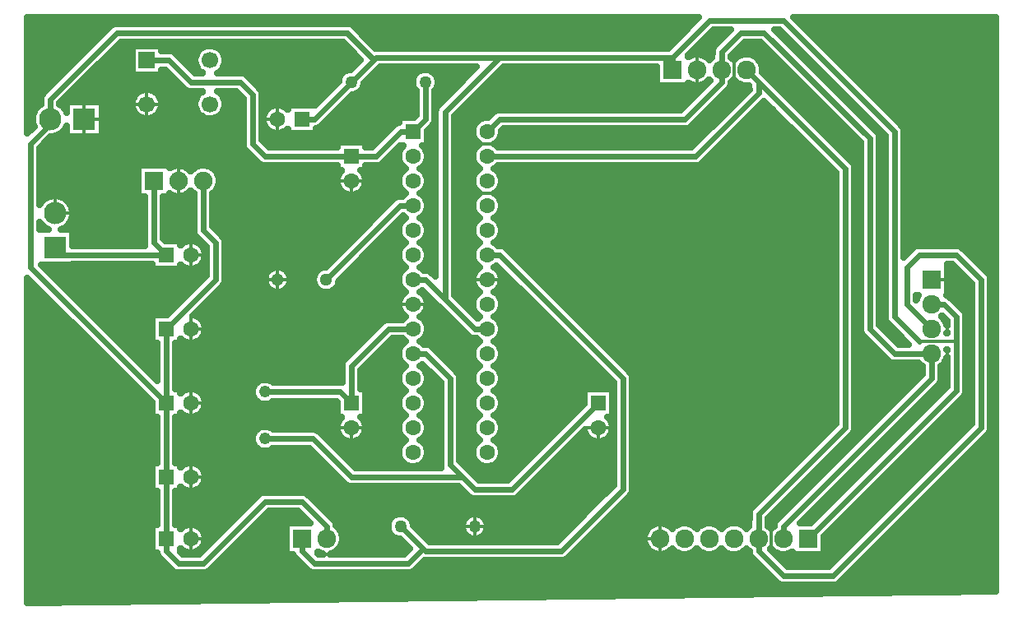
<source format=gbr>
G04 DipTrace 4.3.0.2*
G04 2 - Bottom.gbr*
%MOIN*%
G04 #@! TF.FileFunction,Copper,L2,Bot*
G04 #@! TF.Part,Single*
G04 #@! TA.AperFunction,Conductor*
%ADD13C,0.023622*%
G04 #@! TA.AperFunction,CopperBalancing*
%ADD14C,0.012992*%
%ADD15C,0.025*%
G04 #@! TA.AperFunction,ComponentPad*
%ADD16R,0.090551X0.090551*%
%ADD17C,0.090551*%
%ADD18C,0.062992*%
%ADD19R,0.062992X0.062992*%
%ADD20R,0.075591X0.075591*%
%ADD21C,0.075591*%
%ADD23C,0.050394*%
%ADD24C,0.05*%
%ADD25C,0.05*%
%ADD26R,0.066929X0.066929*%
%ADD27C,0.066929*%
%ADD28R,0.074803X0.074803*%
%ADD29C,0.074803*%
%ADD30C,0.048*%
%FSLAX26Y26*%
G04*
G70*
G90*
G75*
G01*
G04 Bottom*
%LPD*%
X943701Y2143701D2*
D13*
Y1893701D1*
X993701Y1843701D1*
X574803D1*
X543701Y1874803D1*
X1993701Y2043701D2*
X1942126D1*
X1642126Y1743701D1*
X2293701Y2243701D2*
X3138189D1*
X3393701Y2499213D1*
Y2543701D1*
X3343701Y2593701D1*
X3393701Y693694D2*
Y793701D1*
X3743701Y1143701D1*
Y2193701D1*
X3343701Y2593701D1*
X3393701Y693694D2*
Y643701D1*
X3493701Y543701D1*
X3693701D1*
X4293701Y1143701D1*
Y1743701D1*
X4193701Y1843701D1*
X4043701D1*
X3993701Y1793701D1*
Y1643701D1*
X4093701Y1543701D1*
X2293701Y2343701D2*
X2343701Y2393701D1*
X3093701D1*
X3243701Y2543701D1*
Y2593701D1*
X4093701Y1443701D2*
X3943701D1*
X3843701Y1543701D1*
Y2315945D1*
X3415945Y2743701D1*
X3321457D1*
X3243701Y2665945D1*
Y2593701D1*
X3493701Y693698D2*
Y743701D1*
X4093701Y1343701D1*
Y1443701D1*
X2243701Y2093701D2*
D14*
X2343701D1*
Y1993701D1*
X2993701Y1343701D1*
Y693680D1*
X2243701Y2293701D2*
X3093701D1*
X3293701Y2493701D1*
Y2643701D1*
X3343701Y2693701D1*
X3393701D1*
X3793701Y2293701D1*
Y1143701D1*
X3443701Y793701D1*
Y643701D1*
X3493701Y593701D1*
X3643701D1*
X4243701Y1193701D1*
Y1643701D1*
X4143701Y1743701D1*
X4093701D1*
X3593701Y693701D2*
D13*
X4193701Y1293702D1*
Y1493701D1*
Y1593701D1*
X4143701Y1643701D1*
X4093701D1*
X1543701Y2393701D2*
X1593706D1*
X1743701Y2543696D1*
X3043701Y2593701D2*
Y2643701D1*
X2343701D1*
X1843706D1*
X1835196Y2635190D1*
X1743701Y2543696D1*
X524803Y2393701D2*
Y2474803D1*
X793701Y2743701D1*
X1726685D1*
X1835196Y2635190D1*
X524803Y2393701D2*
Y2374803D1*
X443701Y2293701D1*
Y1793701D1*
X993701Y1243701D1*
Y693698D2*
Y943701D1*
Y1243701D1*
Y1543701D1*
X1143701Y2143701D2*
Y1943701D1*
X1193701Y1893701D1*
Y1743701D1*
X993701Y1543701D1*
X1643701Y693701D2*
Y743701D1*
X1543701Y843701D1*
X1393701D1*
X1143701Y593701D1*
X1043701D1*
X993701Y643701D1*
Y693698D1*
X2293701Y1543701D2*
X2243701D1*
X2122827Y1664575D1*
X2043701Y1743701D1*
X1993701D1*
X2122827Y1664575D2*
Y2422827D1*
X2343701Y2643701D1*
X3043701D2*
X3193701Y2793701D1*
X3493701D1*
X3943701Y2343701D1*
Y1593701D1*
X4043701Y1493701D1*
D14*
X4193701D1*
X915748Y2632283D2*
D13*
X1005118D1*
X1093701Y2543701D1*
X1293701D1*
X1343701Y2493701D1*
Y2293701D1*
X1393701Y2243701D1*
X1743701D1*
X2043701Y2543706D2*
Y2393701D1*
X1993701Y2343701D1*
X1743701Y2243701D2*
X1843701D1*
X1943701Y2343701D1*
X1993701D1*
X2293701Y1843701D2*
X2343701D1*
X2843701Y1343701D1*
Y893701D1*
X2593701Y643701D1*
X2043701D1*
X2033671Y653731D1*
X1943701Y743701D1*
X1543701Y693701D2*
Y643701D1*
X1593701Y593701D1*
X1973640D1*
X2033671Y653731D1*
X1743699Y1243701D2*
Y1393699D1*
X1893701Y1543701D1*
X1993701D1*
X1393701Y1288701D2*
X1698699D1*
X1743699Y1243701D1*
X1993701Y1443701D2*
X2043701D1*
X2143701Y1343701D1*
Y993701D1*
X2194056Y943345D1*
X2243701Y893701D1*
X2393701D1*
X2743701Y1243701D1*
X1393701Y1098701D2*
X1588701D1*
X1744056Y943345D1*
X2194056D1*
X434694Y2780348D2*
D15*
X782202D1*
X1738188D2*
X3124488D1*
X3562916D2*
X4352715D1*
X434694Y2755479D2*
X749619D1*
X1770770D2*
X3099604D1*
X3211341D2*
X3277373D1*
X3460035D2*
X3476064D1*
X3587783D2*
X4352715D1*
X434694Y2730610D2*
X724752D1*
X1795638D2*
X3074735D1*
X3186472D2*
X3252505D1*
X3484904D2*
X3500932D1*
X3612651D2*
X4352715D1*
X434694Y2705741D2*
X699866D1*
X811604D2*
X1708786D1*
X1820505D2*
X3049867D1*
X3161605D2*
X3227638D1*
X3339357D2*
X3398034D1*
X3509772D2*
X3525799D1*
X3637520D2*
X4352715D1*
X434694Y2680873D2*
X674999D1*
X786736D2*
X853864D1*
X977639D2*
X1134997D1*
X1208303D2*
X1733654D1*
X3136738D2*
X3206538D1*
X3314490D2*
X3422902D1*
X3534639D2*
X3550667D1*
X3662404D2*
X4352715D1*
X434694Y2656004D2*
X650130D1*
X761867D2*
X853864D1*
X1037261D2*
X1114705D1*
X1228596D2*
X1758521D1*
X3111870D2*
X3127844D1*
X3159559D2*
X3203470D1*
X3289622D2*
X3327844D1*
X3359560D2*
X3447769D1*
X3559507D2*
X3575535D1*
X3687273D2*
X4352715D1*
X434694Y2631135D2*
X625262D1*
X737000D2*
X853864D1*
X1062129D2*
X1109772D1*
X1233530D2*
X1775280D1*
X3397759D2*
X3472636D1*
X3584374D2*
X3600403D1*
X3712140D2*
X4352715D1*
X434694Y2606266D2*
X600395D1*
X712133D2*
X853864D1*
X1086997D2*
X1115764D1*
X1227537D2*
X1750412D1*
X3408668D2*
X3497505D1*
X3609243D2*
X3625270D1*
X3737008D2*
X4352715D1*
X434694Y2581398D2*
X575528D1*
X687265D2*
X853864D1*
X977639D2*
X1000144D1*
X1297924D2*
X1706974D1*
X1837264D2*
X2006948D1*
X2080450D2*
X2225535D1*
X2337273D2*
X2977490D1*
X3411879D2*
X3522373D1*
X3634110D2*
X3650138D1*
X3761875D2*
X4352715D1*
X434694Y2556529D2*
X550660D1*
X662398D2*
X1025013D1*
X1336732D2*
X1691920D1*
X1812395D2*
X1991912D1*
X2095486D2*
X2200668D1*
X2312388D2*
X2977490D1*
X3436747D2*
X3547259D1*
X3658978D2*
X3675007D1*
X3786744D2*
X4352715D1*
X434694Y2531660D2*
X525791D1*
X637529D2*
X1049881D1*
X1361601D2*
X1675790D1*
X1795692D2*
X1991715D1*
X2095684D2*
X2175801D1*
X2287520D2*
X2977490D1*
X3109913D2*
X3126660D1*
X3160744D2*
X3175785D1*
X3281961D2*
X3326660D1*
X3461615D2*
X3572126D1*
X3683845D2*
X3699874D1*
X3811612D2*
X4352715D1*
X434694Y2506791D2*
X500924D1*
X612661D2*
X883970D1*
X947514D2*
X1083343D1*
X1381588D2*
X1650923D1*
X1781302D2*
X2003467D1*
X2083932D2*
X2150933D1*
X2262652D2*
X3150917D1*
X3262655D2*
X3345409D1*
X3486483D2*
X3596993D1*
X3708714D2*
X3724741D1*
X3836479D2*
X4352715D1*
X434694Y2481923D2*
X485243D1*
X587794D2*
X860251D1*
X971252D2*
X1116159D1*
X1227143D2*
X1299617D1*
X1383938D2*
X1626055D1*
X1737793D2*
X2003467D1*
X2083932D2*
X2126047D1*
X2237785D2*
X3126050D1*
X3237787D2*
X3320542D1*
X3511350D2*
X3621861D1*
X3733598D2*
X3749609D1*
X3861346D2*
X4352715D1*
X434694Y2457054D2*
X484560D1*
X565043D2*
X588894D1*
X736301D2*
X853881D1*
X977604D2*
X1109789D1*
X1233512D2*
X1303455D1*
X1383938D2*
X1601188D1*
X1712925D2*
X2003467D1*
X2083932D2*
X2101180D1*
X2212917D2*
X3101182D1*
X3212920D2*
X3295675D1*
X3407412D2*
X3424480D1*
X3536218D2*
X3646730D1*
X3758467D2*
X3774476D1*
X3886214D2*
X4352715D1*
X434694Y2432185D2*
X462403D1*
X736301D2*
X858457D1*
X973029D2*
X1114365D1*
X1228937D2*
X1303455D1*
X1383938D2*
X1398585D1*
X1688056D2*
X2003467D1*
X2188049D2*
X3076314D1*
X3188051D2*
X3270807D1*
X3382545D2*
X3449348D1*
X3561085D2*
X3671597D1*
X3783335D2*
X3799345D1*
X3911083D2*
X4352715D1*
X434694Y2407316D2*
X452408D1*
X736301D2*
X878013D1*
X953490D2*
X1133903D1*
X1209398D2*
X1303455D1*
X1663189D2*
X2001457D1*
X2163181D2*
X2301449D1*
X3163184D2*
X3245938D1*
X3357676D2*
X3474217D1*
X3585954D2*
X3696465D1*
X3808202D2*
X3824213D1*
X3935950D2*
X4352715D1*
X434694Y2382448D2*
X451996D1*
X736301D2*
X1303455D1*
X1638322D2*
X1933780D1*
X2163056D2*
X2248825D1*
X3138316D2*
X3221071D1*
X3332808D2*
X3499084D1*
X3610822D2*
X3721332D1*
X3833070D2*
X3849080D1*
X3960818D2*
X4352715D1*
X434694Y2357579D2*
X451709D1*
X736301D2*
X1303455D1*
X1383938D2*
X1396558D1*
X1607121D2*
X1901717D1*
X2063441D2*
X2082592D1*
X2163056D2*
X2235476D1*
X3107115D2*
X3196203D1*
X3307941D2*
X3523951D1*
X3635689D2*
X3746201D1*
X3857938D2*
X3873948D1*
X3981290D2*
X4352715D1*
X564038Y2332710D2*
X588894D1*
X736301D2*
X1303455D1*
X1383938D2*
X1876849D1*
X2053627D2*
X2082592D1*
X2163056D2*
X2234848D1*
X2352560D2*
X3171336D1*
X3283073D2*
X3548819D1*
X3660556D2*
X3771068D1*
X3880007D2*
X3898816D1*
X3983945D2*
X4352715D1*
X513711Y2307841D2*
X1303455D1*
X1385428D2*
X1851982D1*
X2053627D2*
X2082592D1*
X2163056D2*
X2246349D1*
X2341042D2*
X3146467D1*
X3258205D2*
X3573686D1*
X3685424D2*
X3795936D1*
X3883936D2*
X3903463D1*
X3983945D2*
X4352715D1*
X488844Y2282972D2*
X1305017D1*
X1410295D2*
X1683774D1*
X1803622D2*
X1827114D1*
X1938833D2*
X1949318D1*
X2038089D2*
X2082592D1*
X2163056D2*
X2249310D1*
X2338098D2*
X3121600D1*
X3233320D2*
X3598555D1*
X3710293D2*
X3803471D1*
X3883936D2*
X3903463D1*
X3983945D2*
X4352715D1*
X483945Y2258104D2*
X1323425D1*
X1913966D2*
X1935610D1*
X2051780D2*
X2082592D1*
X2163056D2*
X2235619D1*
X3208451D2*
X3623423D1*
X3735160D2*
X3803471D1*
X3883936D2*
X3903463D1*
X3983945D2*
X4352715D1*
X483945Y2233235D2*
X1348293D1*
X1889098D2*
X1934748D1*
X2052659D2*
X2082592D1*
X2163056D2*
X2234740D1*
X3183584D2*
X3648308D1*
X3760028D2*
X3803471D1*
X3883936D2*
X3903463D1*
X3983945D2*
X4352715D1*
X483945Y2208366D2*
X1377951D1*
X1859440D2*
X1945945D1*
X2041462D2*
X2082592D1*
X2163056D2*
X2245936D1*
X3153944D2*
X3673176D1*
X3780966D2*
X3803471D1*
X3883936D2*
X3903463D1*
X3983945D2*
X4352715D1*
X483945Y2183497D2*
X877870D1*
X1195457D2*
X1699815D1*
X1787600D2*
X1949802D1*
X2037587D2*
X2082592D1*
X2163056D2*
X2249812D1*
X2337597D2*
X3698043D1*
X3783945D2*
X3803471D1*
X3883936D2*
X3903463D1*
X3983945D2*
X4352715D1*
X483945Y2158629D2*
X877870D1*
X1207747D2*
X1685748D1*
X1801648D2*
X1935753D1*
X2051654D2*
X2082592D1*
X2163056D2*
X2235745D1*
X2351646D2*
X3703462D1*
X3783945D2*
X3803471D1*
X3883936D2*
X3903463D1*
X3983945D2*
X4352715D1*
X483945Y2133760D2*
X877870D1*
X1208734D2*
X1684654D1*
X1802761D2*
X1934640D1*
X2052748D2*
X2082592D1*
X2163056D2*
X2234651D1*
X2352757D2*
X3703462D1*
X3783945D2*
X3803471D1*
X3883936D2*
X3903463D1*
X3983945D2*
X4352715D1*
X483945Y2108891D2*
X877870D1*
X1199098D2*
X1695526D1*
X1791870D2*
X1945531D1*
X2041875D2*
X2082592D1*
X2163056D2*
X2245542D1*
X2341866D2*
X3703462D1*
X3783945D2*
X3803471D1*
X3883936D2*
X3903463D1*
X3983945D2*
X4352715D1*
X483945Y2084022D2*
X877870D1*
X1009522D2*
X1020025D1*
X1067386D2*
X1103455D1*
X1183938D2*
X1950323D1*
X2037084D2*
X2082592D1*
X2163056D2*
X2250314D1*
X2337076D2*
X3703462D1*
X3783945D2*
X3803471D1*
X3883936D2*
X3903463D1*
X3983945D2*
X4352715D1*
X600067Y2059154D2*
X903472D1*
X983937D2*
X1103455D1*
X1183938D2*
X1901717D1*
X2051510D2*
X2082592D1*
X2163056D2*
X2235907D1*
X2351501D2*
X3703462D1*
X3783945D2*
X3803471D1*
X3883936D2*
X3903463D1*
X3983945D2*
X4352715D1*
X614025Y2034285D2*
X903472D1*
X983937D2*
X1103455D1*
X1183938D2*
X1876849D1*
X2052837D2*
X2082592D1*
X2163056D2*
X2234560D1*
X2352848D2*
X3703462D1*
X3783945D2*
X3803471D1*
X3883936D2*
X3903463D1*
X3983945D2*
X4352715D1*
X617327Y2009416D2*
X903472D1*
X983937D2*
X1103455D1*
X1183938D2*
X1851982D1*
X2042269D2*
X2082592D1*
X2163056D2*
X2245147D1*
X2342261D2*
X3703462D1*
X3783945D2*
X3803471D1*
X3883936D2*
X3903463D1*
X3983945D2*
X4352715D1*
X611639Y1984547D2*
X903472D1*
X983937D2*
X1103455D1*
X1183938D2*
X1827114D1*
X1938833D2*
X1950843D1*
X2036564D2*
X2082592D1*
X2163056D2*
X2250835D1*
X2336556D2*
X3703462D1*
X3783945D2*
X3803471D1*
X3883936D2*
X3903463D1*
X3983945D2*
X4352715D1*
X483945Y1959678D2*
X493568D1*
X593840D2*
X903472D1*
X983937D2*
X1103455D1*
X1183938D2*
X1802228D1*
X1913966D2*
X1936041D1*
X2051348D2*
X2082592D1*
X2163056D2*
X2236050D1*
X2351358D2*
X3703462D1*
X3783945D2*
X3803471D1*
X3883936D2*
X3903463D1*
X3983945D2*
X4352715D1*
X617399Y1934810D2*
X903472D1*
X983937D2*
X1104531D1*
X1208465D2*
X1777361D1*
X1889098D2*
X1934479D1*
X2052928D2*
X2082592D1*
X2163056D2*
X2234471D1*
X2352937D2*
X3703462D1*
X3783945D2*
X3803471D1*
X3883936D2*
X3903463D1*
X3983945D2*
X4352715D1*
X617399Y1909941D2*
X903472D1*
X983937D2*
X1121594D1*
X1230264D2*
X1752492D1*
X1864230D2*
X1944760D1*
X2042647D2*
X2082592D1*
X2163056D2*
X2244752D1*
X2342656D2*
X3703462D1*
X3783945D2*
X3803471D1*
X3883936D2*
X3903463D1*
X3983945D2*
X4352715D1*
X617399Y1885072D2*
X904459D1*
X1136014D2*
X1146463D1*
X1233942D2*
X1727625D1*
X1839362D2*
X1951381D1*
X2036026D2*
X2082592D1*
X2163056D2*
X2251373D1*
X2336017D2*
X3703462D1*
X3783945D2*
X3803471D1*
X3883936D2*
X3903463D1*
X3983945D2*
X4352715D1*
X1233942Y1860203D2*
X1702757D1*
X1814495D2*
X1936202D1*
X2051205D2*
X2082592D1*
X2163056D2*
X2236194D1*
X2383062D2*
X3703462D1*
X3783945D2*
X3803471D1*
X3883936D2*
X3903463D1*
X3983945D2*
X4004333D1*
X4233071D2*
X4352715D1*
X1233942Y1835335D2*
X1677890D1*
X1789627D2*
X1934390D1*
X2053017D2*
X2082592D1*
X2163056D2*
X2234399D1*
X2407929D2*
X3703462D1*
X3783945D2*
X3803471D1*
X3883936D2*
X3903463D1*
X4257938D2*
X4352715D1*
X1143030Y1810466D2*
X1153461D1*
X1233942D2*
X1653022D1*
X1764760D2*
X1944383D1*
X2043024D2*
X2082592D1*
X2163056D2*
X2244375D1*
X2432798D2*
X3703462D1*
X3783945D2*
X3803471D1*
X3883936D2*
X3903463D1*
X4282807D2*
X4352715D1*
X507664Y1785597D2*
X1153461D1*
X1233942D2*
X1413476D1*
X1477076D2*
X1610337D1*
X1739891D2*
X1951937D1*
X2035470D2*
X2082592D1*
X2163056D2*
X2251929D1*
X2335462D2*
X2345945D1*
X2457665D2*
X3703462D1*
X3783945D2*
X3803471D1*
X3883936D2*
X3903463D1*
X4159921D2*
X4195937D1*
X4307675D2*
X4352715D1*
X532533Y1760728D2*
X1153461D1*
X1233942D2*
X1394566D1*
X1495987D2*
X1591427D1*
X1715024D2*
X1936364D1*
X2163056D2*
X2236356D1*
X2351035D2*
X2370814D1*
X2482533D2*
X3703462D1*
X3783945D2*
X3803471D1*
X3883936D2*
X3903463D1*
X4159921D2*
X4220804D1*
X4329869D2*
X4352715D1*
X434694Y1735860D2*
X445680D1*
X557417D2*
X1129992D1*
X1233117D2*
X1392252D1*
X1498302D2*
X1589112D1*
X1695144D2*
X1934318D1*
X2163056D2*
X2234310D1*
X2353080D2*
X2395681D1*
X2507400D2*
X3703462D1*
X3783945D2*
X3803471D1*
X3883936D2*
X3903463D1*
X4159921D2*
X4245672D1*
X4333941D2*
X4352715D1*
X434694Y1710991D2*
X470549D1*
X582286D2*
X1105125D1*
X1216862D2*
X1403483D1*
X1487070D2*
X1600344D1*
X1683912D2*
X1944007D1*
X2163056D2*
X2243999D1*
X2343392D2*
X2420549D1*
X2532286D2*
X3703462D1*
X3783945D2*
X3803471D1*
X3883936D2*
X3903463D1*
X4159921D2*
X4253459D1*
X4333941D2*
X4352715D1*
X434694Y1686122D2*
X495416D1*
X607154D2*
X1080256D1*
X1191993D2*
X1952493D1*
X2034895D2*
X2045416D1*
X2163056D2*
X2252503D1*
X2334906D2*
X2445416D1*
X2557154D2*
X3703462D1*
X3783945D2*
X3803471D1*
X3883936D2*
X3903463D1*
X4159921D2*
X4253459D1*
X4333941D2*
X4352715D1*
X434694Y1661253D2*
X520283D1*
X632021D2*
X1055388D1*
X1167126D2*
X1936525D1*
X2050882D2*
X2070283D1*
X2182021D2*
X2236534D1*
X2350874D2*
X2470285D1*
X2582022D2*
X3703462D1*
X3783945D2*
X3803471D1*
X3883936D2*
X3903463D1*
X4182008D2*
X4253459D1*
X4333941D2*
X4352715D1*
X434694Y1636385D2*
X545151D1*
X656888D2*
X1030521D1*
X1142259D2*
X1934247D1*
X2053160D2*
X2095151D1*
X2206888D2*
X2234256D1*
X2353152D2*
X2495152D1*
X2606890D2*
X3703462D1*
X3783945D2*
X3803471D1*
X3883936D2*
X3903463D1*
X4206875D2*
X4253459D1*
X4333941D2*
X4352715D1*
X434694Y1611516D2*
X570020D1*
X681757D2*
X1005654D1*
X1117391D2*
X1943648D1*
X2043759D2*
X2120018D1*
X2231756D2*
X2243639D1*
X2343751D2*
X2520020D1*
X2631757D2*
X3703462D1*
X3783945D2*
X3803471D1*
X3883936D2*
X3903463D1*
X4229465D2*
X4253459D1*
X4333941D2*
X4352715D1*
X434694Y1586647D2*
X594887D1*
X706625D2*
X933777D1*
X1134310D2*
X1953085D1*
X2034322D2*
X2144886D1*
X2334314D2*
X2544887D1*
X2656625D2*
X3703462D1*
X3783945D2*
X3803471D1*
X3883936D2*
X3904126D1*
X4233932D2*
X4253459D1*
X4333941D2*
X4352715D1*
X434694Y1561778D2*
X619755D1*
X731492D2*
X933777D1*
X1150709D2*
X1855911D1*
X2050702D2*
X2169755D1*
X2350694D2*
X2569755D1*
X2681492D2*
X3703462D1*
X3783945D2*
X3803471D1*
X3883936D2*
X3919755D1*
X4233932D2*
X4253459D1*
X4333941D2*
X4352715D1*
X434694Y1536909D2*
X644622D1*
X756360D2*
X933777D1*
X1153220D2*
X1831043D1*
X2053214D2*
X2194622D1*
X2353224D2*
X2594623D1*
X2706361D2*
X3703462D1*
X3783945D2*
X3804081D1*
X3906364D2*
X3944622D1*
X4233932D2*
X4253459D1*
X4333941D2*
X4352715D1*
X434694Y1512041D2*
X669490D1*
X781227D2*
X933777D1*
X1144106D2*
X1806176D1*
X2044100D2*
X2220673D1*
X2344109D2*
X2619491D1*
X2731228D2*
X3703462D1*
X3783945D2*
X3819493D1*
X3931231D2*
X3969490D1*
X4233932D2*
X4253459D1*
X4333941D2*
X4352715D1*
X434694Y1487172D2*
X694358D1*
X806096D2*
X933777D1*
X1053625D2*
X1081118D1*
X1106285D2*
X1781308D1*
X1893046D2*
X1953677D1*
X2033711D2*
X2253688D1*
X2333720D2*
X2644358D1*
X2756096D2*
X3703462D1*
X3783945D2*
X3844361D1*
X3956098D2*
X3994357D1*
X4233932D2*
X4253459D1*
X4333941D2*
X4352715D1*
X434694Y1462303D2*
X719226D1*
X830963D2*
X953459D1*
X1033942D2*
X1756440D1*
X1868177D2*
X1936883D1*
X2080971D2*
X2236875D1*
X2350533D2*
X2669226D1*
X2780963D2*
X3703462D1*
X3783945D2*
X3869230D1*
X4233932D2*
X4253459D1*
X4333941D2*
X4352715D1*
X434694Y1437434D2*
X744093D1*
X855831D2*
X953459D1*
X1033942D2*
X1731572D1*
X1843310D2*
X1934121D1*
X2105839D2*
X2234130D1*
X2353278D2*
X2694093D1*
X2805831D2*
X3703462D1*
X3783945D2*
X3894097D1*
X4233932D2*
X4253459D1*
X4333941D2*
X4352715D1*
X434694Y1412566D2*
X768961D1*
X880698D2*
X953459D1*
X1033942D2*
X1708517D1*
X1818424D2*
X1942948D1*
X2130706D2*
X2242958D1*
X2344450D2*
X2718962D1*
X2830699D2*
X3703462D1*
X3783945D2*
X3919879D1*
X4233932D2*
X4253459D1*
X4333941D2*
X4352715D1*
X434694Y1387697D2*
X793829D1*
X905567D2*
X953459D1*
X1033942D2*
X1703457D1*
X1793556D2*
X1954306D1*
X2033101D2*
X2043836D1*
X2155573D2*
X2254297D1*
X2333093D2*
X2743829D1*
X2855567D2*
X3703462D1*
X3783945D2*
X4053458D1*
X4133941D2*
X4153467D1*
X4233932D2*
X4253459D1*
X4333941D2*
X4352715D1*
X434694Y1362828D2*
X818714D1*
X930434D2*
X953459D1*
X1033942D2*
X1703457D1*
X1783940D2*
X1937063D1*
X2050344D2*
X2068705D1*
X2178738D2*
X2237055D1*
X2350336D2*
X2768715D1*
X2878730D2*
X3703462D1*
X3783945D2*
X4053458D1*
X4133941D2*
X4153467D1*
X4233932D2*
X4253459D1*
X4333941D2*
X4352715D1*
X434694Y1337959D2*
X843583D1*
X1033942D2*
X1383066D1*
X1404339D2*
X1703457D1*
X1783940D2*
X1934067D1*
X2053340D2*
X2093572D1*
X2183941D2*
X2234059D1*
X2353332D2*
X2793583D1*
X2883933D2*
X3703462D1*
X3783945D2*
X4032089D1*
X4133492D2*
X4153467D1*
X4233932D2*
X4253459D1*
X4333941D2*
X4352715D1*
X434694Y1313091D2*
X868450D1*
X1033942D2*
X1347647D1*
X1783940D2*
X1942625D1*
X2044782D2*
X2103458D1*
X2183941D2*
X2242617D1*
X2344791D2*
X2803469D1*
X2883933D2*
X3703462D1*
X3783945D2*
X4007222D1*
X4118959D2*
X4153467D1*
X4233932D2*
X4253459D1*
X4333941D2*
X4352715D1*
X434694Y1288222D2*
X893318D1*
X1132462D2*
X1341278D1*
X1803622D2*
X1954933D1*
X2032474D2*
X2103458D1*
X2183941D2*
X2254944D1*
X2332465D2*
X2683777D1*
X2883933D2*
X3703462D1*
X3783945D2*
X3982354D1*
X4094092D2*
X4132350D1*
X4233538D2*
X4253459D1*
X4333941D2*
X4352715D1*
X434694Y1263353D2*
X918185D1*
X1150154D2*
X1348185D1*
X1803622D2*
X1937243D1*
X2050146D2*
X2103458D1*
X2183941D2*
X2237252D1*
X2350156D2*
X2683777D1*
X2883933D2*
X3703462D1*
X3783945D2*
X3957487D1*
X4069224D2*
X4107482D1*
X4219219D2*
X4253459D1*
X4333941D2*
X4352715D1*
X434694Y1238484D2*
X933777D1*
X1153382D2*
X1683774D1*
X1803622D2*
X1934013D1*
X2053375D2*
X2103458D1*
X2183941D2*
X2234022D1*
X2353386D2*
X2682610D1*
X2883933D2*
X3703462D1*
X3783945D2*
X3932618D1*
X4044356D2*
X4082614D1*
X4194352D2*
X4253459D1*
X4333941D2*
X4352715D1*
X434694Y1213615D2*
X933777D1*
X1145112D2*
X1683774D1*
X1803622D2*
X1942285D1*
X2045105D2*
X2103458D1*
X2183941D2*
X2242294D1*
X2345114D2*
X2657743D1*
X2883933D2*
X3703462D1*
X3783945D2*
X3907751D1*
X4019488D2*
X4057747D1*
X4169484D2*
X4253459D1*
X4333941D2*
X4352715D1*
X434694Y1188747D2*
X933777D1*
X1053625D2*
X1074551D1*
X1112852D2*
X1683774D1*
X1803622D2*
X1955597D1*
X2031810D2*
X2103458D1*
X2183941D2*
X2255589D1*
X2331819D2*
X2632875D1*
X2883933D2*
X3703462D1*
X3783945D2*
X3882883D1*
X3994621D2*
X4032879D1*
X4144617D2*
X4253459D1*
X4333941D2*
X4352715D1*
X434694Y1163878D2*
X953459D1*
X1033942D2*
X1687434D1*
X1799962D2*
X1937440D1*
X2049967D2*
X2103458D1*
X2183941D2*
X2237450D1*
X2349958D2*
X2608008D1*
X2883933D2*
X3703462D1*
X3783945D2*
X3858016D1*
X3969753D2*
X4008012D1*
X4119749D2*
X4253459D1*
X4333941D2*
X4352715D1*
X434694Y1139009D2*
X953459D1*
X1033942D2*
X1361749D1*
X1425654D2*
X1683972D1*
X1803424D2*
X1933978D1*
X2053429D2*
X2103458D1*
X2183941D2*
X2233969D1*
X2353421D2*
X2583140D1*
X2883933D2*
X3683134D1*
X3783639D2*
X3833147D1*
X3944885D2*
X3983143D1*
X4094881D2*
X4233148D1*
X4333636D2*
X4352715D1*
X434694Y1114140D2*
X953459D1*
X1033942D2*
X1343718D1*
X1629135D2*
X1691974D1*
X1795423D2*
X1941979D1*
X2045428D2*
X2103458D1*
X2183941D2*
X2241971D1*
X2345437D2*
X2558272D1*
X2670009D2*
X2691976D1*
X2795425D2*
X2803469D1*
X2883933D2*
X3658266D1*
X3770004D2*
X3808280D1*
X3920000D2*
X3958276D1*
X4070013D2*
X4208281D1*
X4320000D2*
X4352715D1*
X434694Y1089272D2*
X953459D1*
X1033942D2*
X1342175D1*
X1654003D2*
X1722907D1*
X1764491D2*
X1956261D1*
X2031127D2*
X2103458D1*
X2183941D2*
X2256270D1*
X2331138D2*
X2533404D1*
X2645142D2*
X2722909D1*
X2764492D2*
X2803469D1*
X2883933D2*
X3633398D1*
X3745135D2*
X3783412D1*
X3895131D2*
X3933408D1*
X4045146D2*
X4183413D1*
X4295133D2*
X4352715D1*
X434694Y1064403D2*
X953459D1*
X1033942D2*
X1354913D1*
X1678870D2*
X1937638D1*
X2049752D2*
X2103458D1*
X2183941D2*
X2237647D1*
X2349761D2*
X2508537D1*
X2620274D2*
X2803469D1*
X2883933D2*
X3608530D1*
X3720268D2*
X3758545D1*
X3870264D2*
X3908541D1*
X4020278D2*
X4158528D1*
X4270265D2*
X4352715D1*
X434694Y1039534D2*
X953459D1*
X1033942D2*
X1592001D1*
X1703739D2*
X1933923D1*
X2053466D2*
X2103458D1*
X2183941D2*
X2233933D1*
X2353475D2*
X2483669D1*
X2595407D2*
X2803469D1*
X2883933D2*
X3583663D1*
X3695400D2*
X3733659D1*
X3845396D2*
X3883672D1*
X3995392D2*
X4133660D1*
X4245398D2*
X4352715D1*
X434694Y1014665D2*
X953459D1*
X1033942D2*
X1616869D1*
X1728606D2*
X1941656D1*
X2045732D2*
X2103458D1*
X2183941D2*
X2241665D1*
X2345743D2*
X2458802D1*
X2570539D2*
X2803469D1*
X2883933D2*
X3558795D1*
X3670533D2*
X3708791D1*
X3820529D2*
X3858804D1*
X3970525D2*
X4108791D1*
X4220529D2*
X4352715D1*
X434694Y989797D2*
X933777D1*
X1130434D2*
X1641736D1*
X1753474D2*
X1971423D1*
X2015984D2*
X2103673D1*
X2203479D2*
X2271413D1*
X2315995D2*
X2433933D1*
X2545671D2*
X2803469D1*
X2883933D2*
X3533928D1*
X3645665D2*
X3683923D1*
X3795660D2*
X3833937D1*
X3945656D2*
X4083924D1*
X4195661D2*
X4352715D1*
X434694Y964928D2*
X933777D1*
X1149560D2*
X1666604D1*
X2228348D2*
X2409066D1*
X2520803D2*
X2803469D1*
X2883933D2*
X3509059D1*
X3620797D2*
X3659055D1*
X3770793D2*
X3809051D1*
X3920789D2*
X4059056D1*
X4170794D2*
X4352715D1*
X434694Y940059D2*
X933777D1*
X1153508D2*
X1691471D1*
X2253215D2*
X2384198D1*
X2495917D2*
X2803469D1*
X2883933D2*
X3484192D1*
X3595929D2*
X3634188D1*
X3745925D2*
X3784184D1*
X3895921D2*
X4034189D1*
X4145927D2*
X4352715D1*
X434694Y915190D2*
X933777D1*
X1146045D2*
X1716429D1*
X2471050D2*
X2803469D1*
X2883933D2*
X3459324D1*
X3571062D2*
X3609320D1*
X3721058D2*
X3759316D1*
X3871054D2*
X4009322D1*
X4121059D2*
X4352715D1*
X434694Y890322D2*
X933777D1*
X1053625D2*
X1070029D1*
X1117354D2*
X2191213D1*
X2446182D2*
X2784450D1*
X2883790D2*
X3434457D1*
X3546194D2*
X3584453D1*
X3696190D2*
X3734448D1*
X3846185D2*
X3984453D1*
X4096190D2*
X4352715D1*
X434694Y865453D2*
X953459D1*
X1033942D2*
X1359579D1*
X1577820D2*
X2216171D1*
X2421224D2*
X2759583D1*
X2871320D2*
X3409589D1*
X3521327D2*
X3559584D1*
X3671322D2*
X3709580D1*
X3821318D2*
X3959585D1*
X4071323D2*
X4352715D1*
X434694Y840584D2*
X953459D1*
X1033942D2*
X1334711D1*
X1602689D2*
X2734715D1*
X2846453D2*
X3384720D1*
X3496458D2*
X3534717D1*
X3646454D2*
X3684713D1*
X3796450D2*
X3934718D1*
X4046455D2*
X4352715D1*
X434694Y815715D2*
X953459D1*
X1033942D2*
X1309844D1*
X1627556D2*
X2709846D1*
X2821584D2*
X3360552D1*
X3471591D2*
X3509849D1*
X3621587D2*
X3659845D1*
X3771583D2*
X3909850D1*
X4021588D2*
X4352715D1*
X434694Y790846D2*
X953459D1*
X1033942D2*
X1284975D1*
X1396713D2*
X1540686D1*
X1652424D2*
X1921955D1*
X1965459D2*
X2221948D1*
X2265451D2*
X2684979D1*
X2796717D2*
X3353466D1*
X3446705D2*
X3484982D1*
X3596719D2*
X3634978D1*
X3746715D2*
X3884983D1*
X3996720D2*
X4352715D1*
X434694Y765978D2*
X953459D1*
X1033942D2*
X1260108D1*
X1371845D2*
X1565554D1*
X1676664D2*
X1895402D1*
X1991996D2*
X2195411D1*
X2291988D2*
X2660112D1*
X2771849D2*
X3353466D1*
X3433930D2*
X3460741D1*
X3571852D2*
X3610109D1*
X3721846D2*
X3860114D1*
X3971852D2*
X4352715D1*
X434694Y741109D2*
X933777D1*
X1128605D2*
X1235240D1*
X1346978D2*
X1477476D1*
X1688774D2*
X1890343D1*
X2002151D2*
X2190333D1*
X2297066D2*
X2635244D1*
X2746982D2*
X2948656D1*
X3038756D2*
X3048647D1*
X3138765D2*
X3148639D1*
X3238756D2*
X3248630D1*
X3338765D2*
X3348639D1*
X3438774D2*
X3448631D1*
X3696979D2*
X3835247D1*
X3946984D2*
X4352715D1*
X434694Y716240D2*
X933777D1*
X1149022D2*
X1210373D1*
X1322110D2*
X1477476D1*
X1705802D2*
X1898308D1*
X2027037D2*
X2198318D1*
X2289081D2*
X2610377D1*
X2722114D2*
X2931612D1*
X3672112D2*
X3810379D1*
X3922098D2*
X4352715D1*
X434694Y691371D2*
X933777D1*
X1153580D2*
X1185505D1*
X1297243D2*
X1477476D1*
X1709874D2*
X1940167D1*
X2051904D2*
X2585508D1*
X2697245D2*
X2927521D1*
X3659929D2*
X3785512D1*
X3897231D2*
X4352715D1*
X434694Y666503D2*
X933777D1*
X1146780D2*
X1160636D1*
X1272374D2*
X1477476D1*
X1703828D2*
X1965035D1*
X2672378D2*
X2933567D1*
X3659929D2*
X3760643D1*
X3872364D2*
X4352715D1*
X434694Y641634D2*
X933777D1*
X1053625D2*
X1066997D1*
X1120406D2*
X1135769D1*
X1247507D2*
X1477476D1*
X1682925D2*
X1965698D1*
X2647492D2*
X2954433D1*
X3032961D2*
X3054442D1*
X3132951D2*
X3154451D1*
X3232961D2*
X3254461D1*
X3332951D2*
X3353520D1*
X3659929D2*
X3735759D1*
X3847496D2*
X4352715D1*
X434694Y616765D2*
X964762D1*
X1222639D2*
X1514778D1*
X2622625D2*
X3364769D1*
X3476507D2*
X3710890D1*
X3822627D2*
X4352715D1*
X434694Y591896D2*
X989631D1*
X1197772D2*
X1539646D1*
X2027701D2*
X3389636D1*
X3501374D2*
X3686022D1*
X3797760D2*
X4352715D1*
X434694Y567028D2*
X1014499D1*
X1172903D2*
X1564513D1*
X2002833D2*
X3414505D1*
X3772892D2*
X4352715D1*
X434694Y542159D2*
X3439373D1*
X3748025D2*
X4352715D1*
X434694Y517290D2*
X3464240D1*
X3723156D2*
X4352715D1*
X434694Y492421D2*
X4352715D1*
X434694Y467552D2*
X3220353D1*
X434694Y442684D2*
X1230844D1*
X481444Y1946004D2*
X518513D1*
X515398Y1947265D1*
X512613Y1948543D1*
X509886Y1949940D1*
X507222Y1951453D1*
X504625Y1953079D1*
X502100Y1954815D1*
X499652Y1956659D1*
X497286Y1958605D1*
X495007Y1960652D1*
X492816Y1962795D1*
X490722Y1965030D1*
X488724Y1967353D1*
X486828Y1969761D1*
X485038Y1972247D1*
X483356Y1974808D1*
X481786Y1977440D1*
X481438Y1978084D1*
X481437Y1946009D1*
X614902Y1805965D2*
Y1803602D1*
X487163D1*
X955961Y1334808D1*
X955965Y1486283D1*
X936280Y1486280D1*
Y1601122D1*
X997759D1*
X1155966Y1759333D1*
X1155965Y1878070D1*
X1117017Y1917017D1*
X1111373Y1924236D1*
X1107634Y1932602D1*
X1106022Y1941631D1*
X1105965Y1952791D1*
Y2092839D1*
X1099795Y2098066D1*
X1093710Y2104844D1*
X1092094Y2102856D1*
X1090064Y2100566D1*
X1087927Y2098375D1*
X1085685Y2096293D1*
X1083346Y2094319D1*
X1080913Y2092462D1*
X1078395Y2090723D1*
X1075795Y2089109D1*
X1073119Y2087622D1*
X1070377Y2086266D1*
X1067570Y2085045D1*
X1064709Y2083959D1*
X1061798Y2083014D1*
X1058844Y2082211D1*
X1055856Y2081551D1*
X1052839Y2081037D1*
X1049801Y2080668D1*
X1046748Y2080448D1*
X1043689Y2080374D1*
X1040630Y2080449D1*
X1037577Y2080671D1*
X1034539Y2081041D1*
X1031522Y2081556D1*
X1028534Y2082217D1*
X1025581Y2083021D1*
X1022671Y2083967D1*
X1019810Y2085054D1*
X1017004Y2086277D1*
X1014261Y2087634D1*
X1011587Y2089121D1*
X1008987Y2090736D1*
X1007028Y2092089D1*
Y2080374D1*
X981433D1*
X981437Y1909339D1*
X989644Y1901123D1*
X1051122Y1901122D1*
Y1882220D1*
X1051512Y1882654D1*
X1053646Y1884844D1*
X1055891Y1886917D1*
X1058245Y1888869D1*
X1060699Y1890692D1*
X1063247Y1892381D1*
X1065882Y1893933D1*
X1068594Y1895343D1*
X1071378Y1896605D1*
X1074226Y1897719D1*
X1077129Y1898678D1*
X1080077Y1899483D1*
X1083066Y1900129D1*
X1086084Y1900614D1*
X1089123Y1900940D1*
X1092177Y1901102D1*
X1095234Y1901101D1*
X1098287Y1900938D1*
X1101327Y1900613D1*
X1104345Y1900127D1*
X1107333Y1899480D1*
X1110282Y1898676D1*
X1113185Y1897715D1*
X1116031Y1896602D1*
X1118816Y1895339D1*
X1121529Y1893929D1*
X1124163Y1892377D1*
X1126710Y1890686D1*
X1129164Y1888862D1*
X1131517Y1886911D1*
X1133762Y1884837D1*
X1135895Y1882647D1*
X1137908Y1880346D1*
X1139797Y1877941D1*
X1141554Y1875440D1*
X1143175Y1872848D1*
X1144656Y1870173D1*
X1145992Y1867424D1*
X1147181Y1864608D1*
X1148218Y1861731D1*
X1149100Y1858804D1*
X1149825Y1855835D1*
X1150391Y1852829D1*
X1150797Y1849799D1*
X1151041Y1846752D1*
X1151122Y1843701D1*
X1151041Y1840640D1*
X1150797Y1837593D1*
X1150390Y1834563D1*
X1149824Y1831559D1*
X1149097Y1828589D1*
X1148215Y1825661D1*
X1147177Y1822786D1*
X1145988Y1819970D1*
X1144651Y1817220D1*
X1143171Y1814546D1*
X1141549Y1811954D1*
X1139791Y1809453D1*
X1137903Y1807049D1*
X1135890Y1804748D1*
X1133756Y1802558D1*
X1131510Y1800484D1*
X1129156Y1798533D1*
X1126702Y1796710D1*
X1124155Y1795021D1*
X1121520Y1793469D1*
X1118807Y1792059D1*
X1116024Y1790797D1*
X1113176Y1789682D1*
X1110273Y1788723D1*
X1107324Y1787919D1*
X1104336Y1787273D1*
X1101318Y1786787D1*
X1098278Y1786462D1*
X1095224Y1786299D1*
X1092168Y1786301D1*
X1089114Y1786463D1*
X1086075Y1786789D1*
X1083056Y1787274D1*
X1080068Y1787921D1*
X1077119Y1788726D1*
X1074217Y1789686D1*
X1071370Y1790799D1*
X1068585Y1792063D1*
X1065873Y1793472D1*
X1063239Y1795025D1*
X1060692Y1796715D1*
X1058238Y1798539D1*
X1055885Y1800491D1*
X1053639Y1802564D1*
X1051507Y1804755D1*
X1051122Y1805193D1*
Y1786280D1*
X936280D1*
Y1805971D1*
X736563Y1805965D1*
X614907D1*
X1607421Y641308D2*
Y633356D1*
X1609335Y631434D1*
X1630154Y631437D1*
X1628794Y631748D1*
X1627014Y632205D1*
X1625248Y632711D1*
X1623497Y633268D1*
X1621764Y633875D1*
X1620047Y634533D1*
X1618352Y635239D1*
X1616677Y635995D1*
X1615025Y636798D1*
X1613396Y637648D1*
X1611793Y638545D1*
X1607420Y641509D1*
X1496306Y1740640D2*
X1496031Y1737594D1*
X1495576Y1734570D1*
X1494940Y1731577D1*
X1494126Y1728630D1*
X1493136Y1725735D1*
X1491976Y1722904D1*
X1490650Y1720150D1*
X1489160Y1717478D1*
X1487513Y1714900D1*
X1485715Y1712425D1*
X1483772Y1710063D1*
X1481692Y1707822D1*
X1479480Y1705707D1*
X1477147Y1703730D1*
X1474699Y1701895D1*
X1472147Y1700211D1*
X1469499Y1698681D1*
X1466762Y1697314D1*
X1463950Y1696112D1*
X1461071Y1695080D1*
X1458134Y1694222D1*
X1455152Y1693542D1*
X1452135Y1693041D1*
X1449093Y1692722D1*
X1446037Y1692584D1*
X1442979Y1692630D1*
X1439929Y1692860D1*
X1436898Y1693270D1*
X1433896Y1693861D1*
X1430937Y1694631D1*
X1428028Y1695576D1*
X1425181Y1696694D1*
X1422406Y1697980D1*
X1419713Y1699429D1*
X1417110Y1701037D1*
X1414609Y1702798D1*
X1412218Y1704705D1*
X1409945Y1706752D1*
X1407798Y1708932D1*
X1405786Y1711235D1*
X1403915Y1713655D1*
X1402193Y1716181D1*
X1400623Y1718807D1*
X1399215Y1721522D1*
X1397971Y1724316D1*
X1396896Y1727181D1*
X1395995Y1730104D1*
X1395270Y1733075D1*
X1394724Y1736084D1*
X1394360Y1739121D1*
X1394176Y1742175D1*
X1394177Y1745234D1*
X1394360Y1748286D1*
X1394724Y1751323D1*
X1395272Y1754332D1*
X1395996Y1757304D1*
X1396899Y1760227D1*
X1397974Y1763091D1*
X1399218Y1765885D1*
X1400626Y1768600D1*
X1402196Y1771224D1*
X1403919Y1773752D1*
X1405790Y1776172D1*
X1407803Y1778475D1*
X1409949Y1780654D1*
X1412222Y1782699D1*
X1414614Y1784608D1*
X1417115Y1786367D1*
X1419717Y1787975D1*
X1422411Y1789424D1*
X1425186Y1790710D1*
X1428033Y1791827D1*
X1430942Y1792773D1*
X1433903Y1793542D1*
X1436904Y1794133D1*
X1439934Y1794543D1*
X1442986Y1794772D1*
X1446043Y1794818D1*
X1449098Y1794680D1*
X1452140Y1794360D1*
X1455159Y1793858D1*
X1458140Y1793177D1*
X1461076Y1792320D1*
X1463955Y1791287D1*
X1466768Y1790085D1*
X1469504Y1788718D1*
X1472152Y1787188D1*
X1474705Y1785503D1*
X1477152Y1783668D1*
X1479486Y1781690D1*
X1481696Y1779576D1*
X1483776Y1777333D1*
X1485719Y1774971D1*
X1487516Y1772496D1*
X1489163Y1769919D1*
X1490652Y1767247D1*
X1491979Y1764491D1*
X1493139Y1761661D1*
X1494127Y1758766D1*
X1494941Y1755818D1*
X1495576Y1752825D1*
X1496033Y1749802D1*
X1496306Y1746755D1*
X1496398Y1743701D1*
X1496306Y1740640D1*
X3107421Y2654056D2*
Y2646091D1*
X3108501Y2646816D1*
X3111088Y2648444D1*
X3113751Y2649944D1*
X3116482Y2651315D1*
X3119276Y2652554D1*
X3122125Y2653657D1*
X3125025Y2654623D1*
X3127967Y2655449D1*
X3130945Y2656131D1*
X3133953Y2656672D1*
X3136984Y2657066D1*
X3140029Y2657315D1*
X3143084Y2657419D1*
X3146139Y2657374D1*
X3149189Y2657185D1*
X3152227Y2656848D1*
X3155244Y2656367D1*
X3158236Y2655741D1*
X3161193Y2654974D1*
X3164112Y2654064D1*
X3166982Y2653016D1*
X3169799Y2651832D1*
X3172556Y2650513D1*
X3175247Y2649064D1*
X3177865Y2647488D1*
X3180404Y2645789D1*
X3182860Y2643969D1*
X3185224Y2642034D1*
X3187493Y2639987D1*
X3189663Y2637835D1*
X3191726Y2635580D1*
X3193702Y2633198D1*
X3195601Y2635495D1*
X3202038Y2641915D1*
X3205959Y2644841D1*
X3205965Y2665945D1*
X3207077Y2675041D1*
X3210349Y2683600D1*
X3215594Y2691125D1*
X3223497Y2699108D1*
X3280353Y2755965D1*
X3209332D1*
X3107417Y2654051D1*
X3293608Y2554314D2*
X3291801Y2551907D1*
X3285364Y2545487D1*
X3281415Y2542539D1*
X3280324Y2534605D1*
X3277052Y2526046D1*
X3271806Y2518521D1*
X3264134Y2510768D1*
X3120385Y2367017D1*
X3113165Y2361373D1*
X3104799Y2357634D1*
X3095770Y2356022D1*
X3084554Y2355965D1*
X2359325D1*
X2350984Y2347617D1*
X2351122Y2343701D1*
X2350388Y2334554D1*
X2348188Y2325579D1*
X2344575Y2317073D1*
X2339644Y2309257D1*
X2333525Y2302333D1*
X2326373Y2296480D1*
X2321757Y2293808D1*
X2328867Y2289093D1*
X2335694Y2282865D1*
X2336820Y2281442D1*
X2541726Y2281437D1*
X3122555D1*
X3355971Y2514849D1*
X3355958Y2528076D1*
X3353324Y2530711D1*
X3352682Y2530617D1*
X3343614Y2529980D1*
X3334546Y2530642D1*
X3325665Y2532587D1*
X3317151Y2535774D1*
X3309177Y2540143D1*
X3301907Y2545601D1*
X3295487Y2552038D1*
X3293793Y2554308D1*
X3560795Y757421D2*
X3604054D1*
X4155966Y1309335D1*
X4155965Y1430155D1*
X4154815Y1425665D1*
X4151627Y1417151D1*
X4150837Y1415492D1*
X4150000Y1413857D1*
X4149117Y1412247D1*
X4144076Y1404680D1*
X4138010Y1397908D1*
X4131444Y1392404D1*
X4131437Y1343701D1*
X4130324Y1334605D1*
X4127052Y1326046D1*
X4121807Y1318521D1*
X4113862Y1310496D1*
X3560793Y757425D1*
X3657421Y704052D2*
Y629980D1*
X3529980D1*
Y641311D1*
X3528077Y640046D1*
X3520092Y635699D1*
X3511570Y632534D1*
X3502682Y630613D1*
X3493613Y629978D1*
X3484546Y630638D1*
X3475665Y632583D1*
X3467151Y635772D1*
X3459177Y640139D1*
X3451907Y645598D1*
X3445487Y652035D1*
X3443793Y654304D1*
X3441801Y651900D1*
X3440336Y650440D1*
X3509335Y581434D1*
X3678077Y581437D1*
X3887898Y791265D1*
X4255966Y1159333D1*
X4255965Y1728077D1*
X4178067Y1805967D1*
X4157421Y1805965D1*
Y1679980D1*
X4154087D1*
X4156314Y1679266D1*
X4158030Y1678610D1*
X4159713Y1677871D1*
X4161356Y1677052D1*
X4168881Y1671807D1*
X4176634Y1664134D1*
X4220385Y1620385D1*
X4226029Y1613165D1*
X4229768Y1604799D1*
X4231379Y1595770D1*
X4231437Y1585367D1*
Y1293702D1*
X4230324Y1284606D1*
X4227052Y1276046D1*
X4221807Y1268522D1*
X4213862Y1260496D1*
X3657419Y704051D1*
X2294534Y740640D2*
X2294256Y737577D1*
X2293794Y734535D1*
X2293150Y731528D1*
X2292324Y728564D1*
X2291322Y725656D1*
X2290146Y722814D1*
X2288799Y720047D1*
X2287289Y717367D1*
X2285619Y714783D1*
X2283797Y712306D1*
X2281828Y709942D1*
X2279720Y707702D1*
X2277482Y705592D1*
X2275118Y703622D1*
X2272642Y701798D1*
X2270059Y700127D1*
X2267379Y698615D1*
X2264614Y697268D1*
X2261773Y696091D1*
X2258865Y695085D1*
X2255902Y694259D1*
X2252895Y693613D1*
X2249853Y693148D1*
X2246790Y692869D1*
X2243715Y692776D1*
X2240640Y692867D1*
X2237577Y693146D1*
X2234535Y693608D1*
X2231528Y694252D1*
X2228564Y695077D1*
X2225656Y696080D1*
X2222814Y697256D1*
X2220047Y698602D1*
X2217367Y700113D1*
X2214783Y701782D1*
X2212306Y703605D1*
X2209942Y705573D1*
X2207702Y707681D1*
X2205592Y709920D1*
X2203622Y712283D1*
X2201798Y714760D1*
X2200127Y717343D1*
X2198615Y720022D1*
X2197268Y722787D1*
X2196091Y725629D1*
X2195085Y728537D1*
X2194259Y731500D1*
X2193613Y734507D1*
X2193148Y737549D1*
X2192869Y740612D1*
X2192776Y743686D1*
X2192867Y746761D1*
X2193146Y749824D1*
X2193608Y752866D1*
X2194252Y755874D1*
X2195077Y758837D1*
X2196080Y761745D1*
X2197256Y764588D1*
X2198602Y767354D1*
X2200113Y770034D1*
X2201782Y772618D1*
X2203605Y775096D1*
X2205573Y777459D1*
X2207681Y779699D1*
X2209920Y781810D1*
X2212283Y783780D1*
X2214760Y785604D1*
X2217343Y787274D1*
X2220022Y788786D1*
X2222787Y790134D1*
X2225629Y791311D1*
X2228537Y792316D1*
X2231500Y793143D1*
X2234507Y793789D1*
X2237549Y794253D1*
X2240612Y794533D1*
X2243686Y794626D1*
X2246761Y794534D1*
X2249824Y794256D1*
X2252866Y793794D1*
X2255874Y793150D1*
X2258837Y792324D1*
X2261745Y791322D1*
X2264588Y790146D1*
X2267354Y788799D1*
X2270034Y787289D1*
X2272618Y785619D1*
X2275096Y783797D1*
X2277459Y781828D1*
X2279699Y779720D1*
X2281810Y777482D1*
X2283780Y775118D1*
X2285604Y772642D1*
X2287274Y770059D1*
X2288786Y767379D1*
X2290134Y764614D1*
X2291311Y761773D1*
X2292316Y758865D1*
X2293143Y755902D1*
X2293789Y752895D1*
X2294253Y749853D1*
X2294533Y746790D1*
X2294626Y743701D1*
X2294534Y740640D1*
X4041315Y1679980D2*
X4031436D1*
X4031437Y1659332D1*
X4031828Y1658941D1*
X4032181Y1660303D1*
X4032685Y1662071D1*
X4033240Y1663822D1*
X4033845Y1665556D1*
X4034500Y1667273D1*
X4035205Y1668970D1*
X4035958Y1670646D1*
X4036759Y1672299D1*
X4037606Y1673929D1*
X4038501Y1675533D1*
X4041510Y1679983D1*
X4136954Y1597073D2*
X4135364Y1595487D1*
X4133093Y1593793D1*
X4138816Y1588699D1*
X4144761Y1581820D1*
X4149667Y1574165D1*
X4150521Y1572539D1*
X4151329Y1570890D1*
X4152089Y1569217D1*
X4152801Y1567524D1*
X4153463Y1565810D1*
X4154075Y1564077D1*
X4154638Y1562328D1*
X4155150Y1560564D1*
X4155610Y1558785D1*
X4155965Y1557234D1*
Y1578064D1*
X4137049Y1596986D1*
X4155963Y1530908D2*
X4154915Y1526121D1*
X4155965Y1526122D1*
X4155963Y1530908D1*
X4154944Y1461278D2*
X4155547Y1459039D1*
X4155965Y1457248D1*
Y1461283D1*
X4154942Y1461280D1*
X975059Y2452058D2*
X974823Y2449008D1*
X974430Y2445975D1*
X973882Y2442966D1*
X973178Y2439990D1*
X972324Y2437054D1*
X971319Y2434165D1*
X970167Y2431332D1*
X968870Y2428562D1*
X967432Y2425862D1*
X965858Y2423241D1*
X964151Y2420703D1*
X962315Y2418257D1*
X960356Y2415909D1*
X958278Y2413665D1*
X956088Y2411530D1*
X953790Y2409512D1*
X951392Y2407614D1*
X948899Y2405841D1*
X946319Y2404201D1*
X943656Y2402694D1*
X940921Y2401327D1*
X938118Y2400102D1*
X935257Y2399024D1*
X932344Y2398094D1*
X929386Y2397315D1*
X926392Y2396690D1*
X923370Y2396219D1*
X920328Y2395906D1*
X917274Y2395748D1*
X914215D1*
X911161Y2395906D1*
X908119Y2396220D1*
X905097Y2396692D1*
X902104Y2397318D1*
X899146Y2398096D1*
X896232Y2399026D1*
X893371Y2400105D1*
X890568Y2401331D1*
X887833Y2402698D1*
X885172Y2404205D1*
X882591Y2405845D1*
X880098Y2407618D1*
X877701Y2409516D1*
X875404Y2411535D1*
X873214Y2413669D1*
X871136Y2415915D1*
X869177Y2418262D1*
X867341Y2420709D1*
X865635Y2423247D1*
X864060Y2425869D1*
X862623Y2428568D1*
X861327Y2431339D1*
X860175Y2434172D1*
X859171Y2437060D1*
X858315Y2439996D1*
X857613Y2442974D1*
X857066Y2445982D1*
X856673Y2449014D1*
X856437Y2452064D1*
X856358Y2455122D1*
X856437Y2458178D1*
X856673Y2461228D1*
X857066Y2464261D1*
X857614Y2467270D1*
X858318Y2470247D1*
X859172Y2473182D1*
X860177Y2476071D1*
X861329Y2478904D1*
X862626Y2481675D1*
X864064Y2484374D1*
X865638Y2486995D1*
X867345Y2489533D1*
X869181Y2491979D1*
X871140Y2494327D1*
X873218Y2496571D1*
X875408Y2498706D1*
X877706Y2500724D1*
X880104Y2502622D1*
X882597Y2504395D1*
X885177Y2506035D1*
X887840Y2507542D1*
X890575Y2508909D1*
X893378Y2510134D1*
X896239Y2511213D1*
X899152Y2512142D1*
X902110Y2512921D1*
X905104Y2513546D1*
X908126Y2514017D1*
X911168Y2514331D1*
X914222Y2514488D1*
X917281D1*
X920335Y2514331D1*
X923377Y2514016D1*
X926399Y2513545D1*
X929392Y2512919D1*
X932350Y2512140D1*
X935264Y2511210D1*
X938125Y2510131D1*
X940928Y2508906D1*
X943663Y2507538D1*
X946324Y2506031D1*
X948906Y2504391D1*
X951398Y2502618D1*
X953795Y2500720D1*
X956092Y2498701D1*
X958282Y2496567D1*
X960360Y2494322D1*
X962319Y2491974D1*
X964155Y2489528D1*
X965861Y2486990D1*
X967436Y2484367D1*
X968873Y2481668D1*
X970169Y2478898D1*
X971322Y2476064D1*
X972325Y2473176D1*
X973181Y2470240D1*
X973883Y2467262D1*
X974430Y2464255D1*
X974823Y2461222D1*
X975059Y2458172D1*
X975138Y2455118D1*
X975059Y2452058D1*
X2319176Y2422379D2*
X2326819Y2427450D1*
X2335453Y2430525D1*
X2343701Y2431437D1*
X3078076D1*
X3197073Y2550448D1*
X3195487Y2552038D1*
X3193793Y2554308D1*
X3193689Y2554214D1*
X3192591Y2552833D1*
X3190575Y2550537D1*
X3188451Y2548339D1*
X3186226Y2546245D1*
X3183902Y2544261D1*
X3181484Y2542391D1*
X3178980Y2540639D1*
X3176396Y2539008D1*
X3173736Y2537504D1*
X3171008Y2536127D1*
X3168215Y2534885D1*
X3165367Y2533777D1*
X3162470Y2532807D1*
X3159529Y2531978D1*
X3156551Y2531290D1*
X3153545Y2530745D1*
X3150514Y2530345D1*
X3147469Y2530092D1*
X3144415Y2529984D1*
X3141360Y2530024D1*
X3138308Y2530209D1*
X3135270Y2530541D1*
X3132252Y2531017D1*
X3129260Y2531638D1*
X3126302Y2532402D1*
X3123382Y2533307D1*
X3120510Y2534350D1*
X3117692Y2535530D1*
X3114932Y2536844D1*
X3112239Y2538289D1*
X3109618Y2539861D1*
X3107421Y2541308D1*
Y2529980D1*
X2979980D1*
Y2605955D1*
X2942627Y2605965D1*
X2359339D1*
X2160560Y2407193D1*
X2160563Y1680210D1*
X2254811Y1585958D1*
X2257135Y1587975D1*
X2264711Y1593266D1*
X2265531Y1593661D1*
X2265270Y1593812D1*
X2257636Y1599018D1*
X2250936Y1605382D1*
X2245343Y1612739D1*
X2241001Y1620896D1*
X2238026Y1629646D1*
X2236492Y1638759D1*
X2236441Y1647999D1*
X2237871Y1657129D1*
X2240748Y1665911D1*
X2244997Y1674117D1*
X2250507Y1681535D1*
X2257135Y1687975D1*
X2264711Y1693266D1*
X2265531Y1693661D1*
X2263193Y1695055D1*
X2260647Y1696747D1*
X2258194Y1698573D1*
X2255844Y1700526D1*
X2253600Y1702602D1*
X2251469Y1704795D1*
X2249458Y1707098D1*
X2247572Y1709504D1*
X2245818Y1712008D1*
X2244199Y1714601D1*
X2242720Y1717277D1*
X2241386Y1720028D1*
X2240201Y1722845D1*
X2239167Y1725723D1*
X2238287Y1728651D1*
X2237564Y1731621D1*
X2237001Y1734626D1*
X2236598Y1737656D1*
X2236358Y1740705D1*
X2236280Y1743760D1*
X2236364Y1746816D1*
X2236612Y1749864D1*
X2237020Y1752894D1*
X2237589Y1755896D1*
X2238319Y1758866D1*
X2239203Y1761793D1*
X2240244Y1764667D1*
X2241436Y1767482D1*
X2242776Y1770230D1*
X2244260Y1772903D1*
X2245883Y1775493D1*
X2247643Y1777993D1*
X2249534Y1780395D1*
X2251550Y1782694D1*
X2253685Y1784882D1*
X2255933Y1786954D1*
X2258289Y1788903D1*
X2260744Y1790723D1*
X2263294Y1792411D1*
X2265479Y1793696D1*
X2265046Y1793940D1*
X2257436Y1799181D1*
X2250764Y1805575D1*
X2245203Y1812957D1*
X2240900Y1821134D1*
X2237963Y1829896D1*
X2236471Y1839016D1*
X2236461Y1848257D1*
X2237933Y1857379D1*
X2240849Y1866148D1*
X2245134Y1874336D1*
X2250677Y1881730D1*
X2257335Y1888139D1*
X2264934Y1893396D1*
X2265513Y1893672D1*
X2265270Y1893812D1*
X2257636Y1899018D1*
X2250936Y1905382D1*
X2245343Y1912739D1*
X2241001Y1920896D1*
X2238026Y1929646D1*
X2236492Y1938759D1*
X2236441Y1947999D1*
X2237871Y1957129D1*
X2240748Y1965911D1*
X2244997Y1974117D1*
X2250507Y1981535D1*
X2257135Y1987975D1*
X2264711Y1993266D1*
X2265531Y1993661D1*
X2265270Y1993812D1*
X2257636Y1999018D1*
X2250936Y2005382D1*
X2245343Y2012739D1*
X2241001Y2020896D1*
X2238026Y2029646D1*
X2236492Y2038759D1*
X2236441Y2047999D1*
X2237871Y2057129D1*
X2240748Y2065911D1*
X2244997Y2074117D1*
X2250507Y2081535D1*
X2257135Y2087975D1*
X2264711Y2093266D1*
X2265531Y2093661D1*
X2265270Y2093812D1*
X2257636Y2099018D1*
X2250936Y2105382D1*
X2245343Y2112739D1*
X2241001Y2120896D1*
X2238026Y2129646D1*
X2236492Y2138759D1*
X2236441Y2147999D1*
X2237871Y2157129D1*
X2240748Y2165911D1*
X2244997Y2174117D1*
X2250507Y2181535D1*
X2257135Y2187975D1*
X2264711Y2193266D1*
X2265531Y2193661D1*
X2265270Y2193812D1*
X2257636Y2199018D1*
X2250936Y2205382D1*
X2245343Y2212739D1*
X2241001Y2220896D1*
X2238026Y2229646D1*
X2236492Y2238759D1*
X2236441Y2247999D1*
X2237871Y2257129D1*
X2240748Y2265911D1*
X2244997Y2274117D1*
X2250507Y2281535D1*
X2257135Y2287975D1*
X2264711Y2293266D1*
X2265531Y2293661D1*
X2265270Y2293812D1*
X2257636Y2299018D1*
X2250936Y2305382D1*
X2245343Y2312739D1*
X2241001Y2320896D1*
X2238026Y2329646D1*
X2236492Y2338759D1*
X2236441Y2347999D1*
X2237871Y2357129D1*
X2240748Y2365911D1*
X2244997Y2374117D1*
X2250507Y2381535D1*
X2257135Y2387975D1*
X2264711Y2393266D1*
X2273037Y2397276D1*
X2281899Y2399896D1*
X2291066Y2401062D1*
X2297478Y2400840D1*
X2317003Y2420370D1*
X2319176Y2422379D1*
X3959328Y1481437D2*
X4002605D1*
X3917017Y1567017D1*
X3911373Y1574236D1*
X3907634Y1582602D1*
X3906022Y1591631D1*
X3905965Y1602848D1*
Y2328076D1*
X3478071Y2755963D1*
X3457041Y2755965D1*
X3643982Y2569031D1*
X3870385Y2342629D1*
X3876029Y2335409D1*
X3879768Y2327043D1*
X3881379Y2318014D1*
X3881437Y2306752D1*
Y1559329D1*
X3959335Y1481434D1*
X3940764Y1406080D2*
X3931773Y1407899D1*
X3923495Y1411829D1*
X3917017Y1417017D1*
X3817031Y1517004D1*
X3815016Y1519182D1*
X3809951Y1526819D1*
X3806877Y1535453D1*
X3805965Y1543701D1*
Y2300316D1*
X3400308Y2705970D1*
X3337087Y2705965D1*
X3281442Y2650319D1*
X3281441Y2644844D1*
X3285495Y2641801D1*
X3291915Y2635364D1*
X3293609Y2633093D1*
X3299769Y2639856D1*
X3306785Y2645638D1*
X3314551Y2650364D1*
X3322912Y2653934D1*
X3331696Y2656280D1*
X3340724Y2657352D1*
X3349812Y2657127D1*
X3358777Y2655612D1*
X3367434Y2652836D1*
X3375609Y2648857D1*
X3383134Y2643755D1*
X3389856Y2637633D1*
X3395638Y2630617D1*
X3400364Y2622850D1*
X3403934Y2614490D1*
X3406280Y2605706D1*
X3407352Y2596677D1*
X3407421Y2593701D1*
X3406760Y2584546D1*
X3406663Y2584104D1*
X3770385Y2220385D1*
X3776029Y2213165D1*
X3779768Y2204799D1*
X3781379Y2195770D1*
X3781437Y2184491D1*
Y1143701D1*
X3780324Y1134605D1*
X3777052Y1126046D1*
X3771807Y1118521D1*
X3763903Y1110535D1*
X3431434Y778067D1*
X3431437Y745042D1*
X3437119Y740332D1*
X3443315Y733678D1*
X3443675Y733160D1*
X3449768Y739853D1*
X3455983Y744974D1*
X3456079Y746647D1*
X3457899Y755629D1*
X3461829Y763906D1*
X3467017Y770385D1*
X4055966Y1359333D1*
X4055965Y1392360D1*
X4050282Y1397063D1*
X4044087Y1403717D1*
X4042522Y1405970D1*
X3943726Y1405965D1*
X3940764Y1406080D1*
X769176Y2772379D2*
X776819Y2777450D1*
X785453Y2780525D1*
X793701Y2781437D1*
X1726660D1*
X1729631Y2781322D1*
X1738613Y2779503D1*
X1746891Y2775572D1*
X1753369Y2770385D1*
X1842339Y2681415D1*
X1843734Y2681437D1*
X3028063D1*
X3151844Y2805210D1*
X2907092Y2805217D1*
X432186D1*
X432185Y2335549D1*
X460299Y2363677D1*
X457211Y2371319D1*
X454904Y2380146D1*
X453745Y2389196D1*
X453752Y2398319D1*
X454927Y2407366D1*
X457248Y2416190D1*
X460678Y2424644D1*
X465161Y2432591D1*
X470625Y2439898D1*
X476976Y2446448D1*
X484114Y2452130D1*
X487064Y2453915D1*
X487067Y2474778D1*
X487182Y2477749D1*
X489001Y2486731D1*
X492932Y2495009D1*
X498119Y2501487D1*
X766999Y2770366D1*
X769176Y2772379D1*
X1705963Y1325732D2*
Y1393675D1*
X1706079Y1396646D1*
X1707898Y1405627D1*
X1711828Y1413906D1*
X1717016Y1420383D1*
X1867001Y1570369D1*
X1869182Y1572386D1*
X1876819Y1577450D1*
X1885453Y1580525D1*
X1893701Y1581437D1*
X1950437Y1581441D1*
X1950507Y1581535D1*
X1957135Y1587975D1*
X1964711Y1593266D1*
X1965531Y1593661D1*
X1963193Y1595055D1*
X1960647Y1596747D1*
X1958194Y1598573D1*
X1955844Y1600526D1*
X1953600Y1602602D1*
X1951469Y1604795D1*
X1949458Y1607098D1*
X1947572Y1609504D1*
X1945818Y1612008D1*
X1944199Y1614601D1*
X1942720Y1617277D1*
X1941386Y1620028D1*
X1940201Y1622845D1*
X1939167Y1625723D1*
X1938287Y1628651D1*
X1937564Y1631621D1*
X1937001Y1634626D1*
X1936598Y1637656D1*
X1936358Y1640705D1*
X1936280Y1643760D1*
X1936364Y1646816D1*
X1936612Y1649864D1*
X1937020Y1652894D1*
X1937589Y1655896D1*
X1938319Y1658866D1*
X1939203Y1661793D1*
X1940244Y1664667D1*
X1941436Y1667482D1*
X1942776Y1670230D1*
X1944260Y1672903D1*
X1945883Y1675493D1*
X1947643Y1677993D1*
X1949534Y1680395D1*
X1951550Y1682694D1*
X1953685Y1684882D1*
X1955933Y1686954D1*
X1958289Y1688903D1*
X1960744Y1690723D1*
X1963294Y1692411D1*
X1965510Y1693720D1*
X1965046Y1693940D1*
X1957436Y1699181D1*
X1950764Y1705575D1*
X1945203Y1712957D1*
X1940900Y1721134D1*
X1937963Y1729896D1*
X1936471Y1739016D1*
X1936461Y1748257D1*
X1937933Y1757379D1*
X1940849Y1766148D1*
X1945134Y1774336D1*
X1950677Y1781730D1*
X1957335Y1788139D1*
X1964934Y1793396D1*
X1965513Y1793672D1*
X1965491Y1793709D1*
X1965270Y1793812D1*
X1957636Y1799018D1*
X1950936Y1805382D1*
X1945343Y1812739D1*
X1941001Y1820896D1*
X1938026Y1829646D1*
X1936492Y1838759D1*
X1936441Y1847999D1*
X1937871Y1857129D1*
X1940748Y1865911D1*
X1944997Y1874117D1*
X1950507Y1881535D1*
X1957135Y1887975D1*
X1964711Y1893266D1*
X1965531Y1893661D1*
X1965491Y1893709D1*
X1965270Y1893812D1*
X1957636Y1899018D1*
X1950936Y1905382D1*
X1945343Y1912739D1*
X1941001Y1920896D1*
X1938026Y1929646D1*
X1936492Y1938759D1*
X1936441Y1947999D1*
X1937871Y1957129D1*
X1940748Y1965911D1*
X1944997Y1974117D1*
X1950507Y1981535D1*
X1957135Y1987975D1*
X1964711Y1993266D1*
X1965531Y1993661D1*
X1965491Y1993709D1*
X1965270Y1993812D1*
X1957636Y1999018D1*
X1954135Y2002343D1*
X1693025Y1741230D1*
X1692425Y1734564D1*
X1689986Y1725730D1*
X1686007Y1717472D1*
X1680618Y1710059D1*
X1673993Y1703727D1*
X1666344Y1698678D1*
X1657915Y1695077D1*
X1648979Y1693041D1*
X1639823Y1692631D1*
X1630741Y1693862D1*
X1622025Y1696696D1*
X1613955Y1701041D1*
X1606791Y1706756D1*
X1600762Y1713659D1*
X1596063Y1721528D1*
X1592844Y1730109D1*
X1591209Y1739127D1*
X1591210Y1748293D1*
X1592849Y1757310D1*
X1596071Y1765890D1*
X1600773Y1773757D1*
X1606804Y1780657D1*
X1613970Y1786371D1*
X1622042Y1790713D1*
X1630759Y1793543D1*
X1639832Y1794770D1*
X1915442Y2070385D1*
X1922661Y2076029D1*
X1931028Y2079768D1*
X1940056Y2081379D1*
X1942147Y2081437D1*
X1950437Y2081441D1*
X1950507Y2081535D1*
X1957135Y2087975D1*
X1964711Y2093266D1*
X1965531Y2093661D1*
X1965491Y2093709D1*
X1965270Y2093812D1*
X1957636Y2099018D1*
X1950936Y2105382D1*
X1945343Y2112739D1*
X1941001Y2120896D1*
X1938026Y2129646D1*
X1936492Y2138759D1*
X1936441Y2147999D1*
X1937871Y2157129D1*
X1940748Y2165911D1*
X1944997Y2174117D1*
X1950507Y2181535D1*
X1957135Y2187975D1*
X1964711Y2193266D1*
X1965531Y2193661D1*
X1965491Y2193709D1*
X1965270Y2193812D1*
X1957636Y2199018D1*
X1950936Y2205382D1*
X1945343Y2212739D1*
X1941001Y2220896D1*
X1938026Y2229646D1*
X1936492Y2238759D1*
X1936441Y2247999D1*
X1937871Y2257129D1*
X1940748Y2265911D1*
X1944997Y2274117D1*
X1950507Y2281535D1*
X1955394Y2286283D1*
X1939650Y2286280D1*
X1870385Y2217017D1*
X1863165Y2211373D1*
X1854799Y2207634D1*
X1845770Y2206022D1*
X1835367Y2205965D1*
X1801122Y2205966D1*
Y2186280D1*
X1782199Y2186281D1*
X1783762Y2184837D1*
X1785895Y2182647D1*
X1787908Y2180346D1*
X1789797Y2177941D1*
X1791554Y2175440D1*
X1793175Y2172848D1*
X1794656Y2170173D1*
X1795992Y2167424D1*
X1797181Y2164608D1*
X1798218Y2161731D1*
X1799100Y2158804D1*
X1799825Y2155835D1*
X1800391Y2152829D1*
X1800797Y2149799D1*
X1801041Y2146752D1*
X1801122Y2143701D1*
X1801041Y2140640D1*
X1800797Y2137593D1*
X1800390Y2134563D1*
X1799824Y2131559D1*
X1799097Y2128589D1*
X1798215Y2125661D1*
X1797177Y2122786D1*
X1795988Y2119970D1*
X1794651Y2117220D1*
X1793171Y2114546D1*
X1791549Y2111954D1*
X1789791Y2109453D1*
X1787903Y2107049D1*
X1785890Y2104748D1*
X1783756Y2102558D1*
X1781510Y2100484D1*
X1779156Y2098533D1*
X1776702Y2096710D1*
X1774155Y2095021D1*
X1771520Y2093469D1*
X1768807Y2092059D1*
X1766024Y2090797D1*
X1763176Y2089682D1*
X1760273Y2088723D1*
X1757324Y2087919D1*
X1754336Y2087273D1*
X1751318Y2086787D1*
X1748278Y2086462D1*
X1745224Y2086299D1*
X1742168Y2086301D1*
X1739114Y2086463D1*
X1736075Y2086789D1*
X1733056Y2087274D1*
X1730068Y2087921D1*
X1727119Y2088726D1*
X1724217Y2089686D1*
X1721370Y2090799D1*
X1718585Y2092063D1*
X1715873Y2093472D1*
X1713239Y2095025D1*
X1710692Y2096715D1*
X1708238Y2098539D1*
X1705885Y2100491D1*
X1703639Y2102564D1*
X1701507Y2104755D1*
X1699493Y2107055D1*
X1697605Y2109461D1*
X1695848Y2111962D1*
X1694227Y2114554D1*
X1692745Y2117228D1*
X1691409Y2119978D1*
X1690220Y2122794D1*
X1689184Y2125671D1*
X1688302Y2128597D1*
X1687576Y2131567D1*
X1687010Y2134572D1*
X1686605Y2137602D1*
X1686361Y2140650D1*
X1686280Y2143705D1*
X1686361Y2146761D1*
X1686605Y2149808D1*
X1687012Y2152839D1*
X1687577Y2155843D1*
X1688304Y2158812D1*
X1689186Y2161740D1*
X1690224Y2164615D1*
X1691413Y2167432D1*
X1692751Y2170181D1*
X1694231Y2172856D1*
X1695853Y2175448D1*
X1697610Y2177949D1*
X1699499Y2180353D1*
X1701512Y2182654D1*
X1703646Y2184844D1*
X1705201Y2186280D1*
X1686280D1*
Y2205971D1*
X1486459Y2205965D1*
X1393701D1*
X1384605Y2207077D1*
X1376046Y2210349D1*
X1368521Y2215596D1*
X1360768Y2223268D1*
X1317017Y2267017D1*
X1311373Y2274236D1*
X1307634Y2282602D1*
X1306022Y2291631D1*
X1305965Y2302791D1*
Y2478077D1*
X1278067Y2505969D1*
X1202336Y2505965D1*
X1207724Y2502299D1*
X1214504Y2496240D1*
X1220280Y2489217D1*
X1224915Y2481395D1*
X1228301Y2472957D1*
X1230360Y2464100D1*
X1231043Y2455118D1*
X1230335Y2445969D1*
X1228249Y2437118D1*
X1224839Y2428689D1*
X1220181Y2420881D1*
X1214386Y2413874D1*
X1207589Y2407835D1*
X1199950Y2402903D1*
X1191648Y2399196D1*
X1182878Y2396799D1*
X1173844Y2395769D1*
X1164759Y2396130D1*
X1155835Y2397874D1*
X1147282Y2400959D1*
X1139301Y2405315D1*
X1132076Y2410837D1*
X1125781Y2417398D1*
X1120560Y2424843D1*
X1116538Y2432996D1*
X1113807Y2441669D1*
X1112432Y2450656D1*
X1112445Y2459749D1*
X1113845Y2468734D1*
X1116601Y2477398D1*
X1120647Y2485541D1*
X1125888Y2492970D1*
X1132203Y2499512D1*
X1139442Y2505014D1*
X1141199Y2505966D1*
X1093701Y2505965D1*
X1084605Y2507077D1*
X1076046Y2510349D1*
X1068521Y2515596D1*
X1060690Y2523345D1*
X989484Y2594550D1*
X975144Y2594547D1*
X975138Y2572894D1*
X856358D1*
Y2691673D1*
X975138D1*
Y2670026D1*
X1005118Y2670020D1*
X1014214Y2668907D1*
X1022773Y2665635D1*
X1030298Y2660390D1*
X1038129Y2652639D1*
X1109335Y2581434D1*
X1140963Y2581437D1*
X1139301Y2582480D1*
X1132076Y2588003D1*
X1125781Y2594563D1*
X1120560Y2602008D1*
X1116538Y2610161D1*
X1113807Y2618835D1*
X1112432Y2627822D1*
X1112445Y2636915D1*
X1113845Y2645899D1*
X1116601Y2654563D1*
X1120647Y2662706D1*
X1125888Y2670135D1*
X1132203Y2676677D1*
X1139442Y2682180D1*
X1147437Y2686512D1*
X1155999Y2689572D1*
X1164927Y2691291D1*
X1174013Y2691626D1*
X1183045Y2690571D1*
X1191808Y2688148D1*
X1200100Y2684417D1*
X1207724Y2679465D1*
X1214504Y2673406D1*
X1220280Y2666382D1*
X1224915Y2658560D1*
X1228301Y2650122D1*
X1230360Y2641265D1*
X1231043Y2632283D1*
X1230335Y2623134D1*
X1228249Y2614283D1*
X1224839Y2605854D1*
X1220181Y2598046D1*
X1214386Y2591039D1*
X1207589Y2585000D1*
X1202076Y2581441D1*
X1293680Y2581437D1*
X1296647Y2581322D1*
X1305629Y2579503D1*
X1313907Y2575572D1*
X1320385Y2570385D1*
X1370370Y2520399D1*
X1372386Y2518219D1*
X1377450Y2510583D1*
X1380525Y2501949D1*
X1381437Y2493701D1*
Y2309324D1*
X1409335Y2281433D1*
X1686280Y2281436D1*
Y2301122D1*
X1801122D1*
Y2281430D1*
X1828064Y2281437D1*
X1917004Y2370370D1*
X1919182Y2372386D1*
X1926819Y2377450D1*
X1935461Y2380525D1*
X1936280Y2380699D1*
Y2401122D1*
X1997759D1*
X2005969Y2409335D1*
X2005962Y2509811D1*
X2002475Y2513808D1*
X1997799Y2521651D1*
X1994598Y2530201D1*
X1992976Y2539185D1*
X1992984Y2548315D1*
X1994622Y2557297D1*
X1997839Y2565841D1*
X2002528Y2573675D1*
X2008541Y2580546D1*
X2015684Y2586231D1*
X2023727Y2590551D1*
X2032412Y2593365D1*
X2041461Y2594583D1*
X2050580Y2594164D1*
X2059479Y2592126D1*
X2067871Y2588530D1*
X2075487Y2583493D1*
X2082080Y2577178D1*
X2087440Y2569787D1*
X2091394Y2561559D1*
X2093815Y2552756D1*
X2094626Y2543706D1*
X2093799Y2534570D1*
X2091364Y2525772D1*
X2087395Y2517549D1*
X2082022Y2510167D1*
X2081434Y2509608D1*
X2081437Y2393726D1*
X2081322Y2390755D1*
X2079503Y2381773D1*
X2075572Y2373495D1*
X2070385Y2367017D1*
X2051122Y2347753D1*
Y2286280D1*
X2032220D1*
X2035694Y2282865D1*
X2041432Y2275621D1*
X2045934Y2267551D1*
X2049084Y2258864D1*
X2050799Y2249783D1*
X2051122Y2243701D1*
X2050388Y2234554D1*
X2048188Y2225579D1*
X2044575Y2217073D1*
X2039644Y2209257D1*
X2033525Y2202333D1*
X2026373Y2196480D1*
X2021757Y2193808D1*
X2028867Y2189093D1*
X2035694Y2182865D1*
X2041432Y2175621D1*
X2045934Y2167551D1*
X2049084Y2158864D1*
X2050799Y2149783D1*
X2051122Y2143701D1*
X2050388Y2134554D1*
X2048188Y2125579D1*
X2044575Y2117073D1*
X2039644Y2109257D1*
X2033525Y2102333D1*
X2026373Y2096480D1*
X2021757Y2093808D1*
X2028867Y2089093D1*
X2035694Y2082865D1*
X2041432Y2075621D1*
X2045934Y2067551D1*
X2049084Y2058864D1*
X2050799Y2049783D1*
X2051122Y2043701D1*
X2050388Y2034554D1*
X2048188Y2025579D1*
X2044575Y2017073D1*
X2039644Y2009257D1*
X2033525Y2002333D1*
X2026373Y1996480D1*
X2021757Y1993808D1*
X2028867Y1989093D1*
X2035694Y1982865D1*
X2041432Y1975621D1*
X2045934Y1967551D1*
X2049084Y1958864D1*
X2050799Y1949783D1*
X2051122Y1943701D1*
X2050388Y1934554D1*
X2048188Y1925579D1*
X2044575Y1917073D1*
X2039644Y1909257D1*
X2033525Y1902333D1*
X2026373Y1896480D1*
X2021757Y1893808D1*
X2028867Y1889093D1*
X2035694Y1882865D1*
X2041432Y1875621D1*
X2045934Y1867551D1*
X2049084Y1858864D1*
X2050799Y1849783D1*
X2051122Y1843701D1*
X2050388Y1834554D1*
X2048188Y1825579D1*
X2044575Y1817073D1*
X2039644Y1809257D1*
X2033525Y1802333D1*
X2026373Y1796480D1*
X2021757Y1793808D1*
X2029072Y1788934D1*
X2035870Y1782675D1*
X2036845Y1781433D1*
X2043701Y1781437D1*
X2052797Y1780324D1*
X2061356Y1777052D1*
X2068881Y1771807D1*
X2076978Y1763790D1*
X2085092Y1755677D1*
X2085091Y2422802D1*
X2085206Y2425773D1*
X2087025Y2434755D1*
X2090955Y2443033D1*
X2096143Y2449510D1*
X2252598Y2605965D1*
X1859344D1*
X1794383Y2541009D1*
X1793799Y2534559D1*
X1791364Y2525760D1*
X1787395Y2517538D1*
X1782022Y2510156D1*
X1775417Y2503853D1*
X1767794Y2498829D1*
X1759395Y2495249D1*
X1750492Y2493224D1*
X1746423Y2493046D1*
X1620466Y2367093D1*
X1618226Y2365016D1*
X1610588Y2359951D1*
X1601948Y2356877D1*
X1601122Y2356702D1*
Y2336280D1*
X1486280D1*
X1486281Y2355196D1*
X1485890Y2354748D1*
X1483756Y2352558D1*
X1481510Y2350484D1*
X1479156Y2348533D1*
X1476702Y2346710D1*
X1474155Y2345021D1*
X1471520Y2343469D1*
X1468807Y2342059D1*
X1466024Y2340797D1*
X1463176Y2339682D1*
X1460273Y2338723D1*
X1457324Y2337919D1*
X1454336Y2337273D1*
X1451318Y2336787D1*
X1448278Y2336462D1*
X1445224Y2336299D1*
X1442168Y2336301D1*
X1439114Y2336463D1*
X1436075Y2336789D1*
X1433056Y2337274D1*
X1430068Y2337921D1*
X1427119Y2338726D1*
X1424217Y2339686D1*
X1421370Y2340799D1*
X1418585Y2342063D1*
X1415873Y2343472D1*
X1413239Y2345025D1*
X1410692Y2346715D1*
X1408238Y2348539D1*
X1405885Y2350491D1*
X1403639Y2352564D1*
X1401507Y2354755D1*
X1399493Y2357055D1*
X1397605Y2359461D1*
X1395848Y2361962D1*
X1394227Y2364554D1*
X1392745Y2367228D1*
X1391409Y2369978D1*
X1390220Y2372794D1*
X1389184Y2375671D1*
X1388302Y2378597D1*
X1387576Y2381567D1*
X1387010Y2384572D1*
X1386605Y2387602D1*
X1386361Y2390650D1*
X1386280Y2393705D1*
X1386361Y2396761D1*
X1386605Y2399808D1*
X1387012Y2402839D1*
X1387577Y2405843D1*
X1388304Y2408812D1*
X1389186Y2411740D1*
X1390224Y2414615D1*
X1391413Y2417432D1*
X1392751Y2420181D1*
X1394231Y2422856D1*
X1395853Y2425448D1*
X1397610Y2427949D1*
X1399499Y2430353D1*
X1401512Y2432654D1*
X1403646Y2434844D1*
X1405891Y2436917D1*
X1408245Y2438869D1*
X1410699Y2440692D1*
X1413247Y2442381D1*
X1415882Y2443933D1*
X1418594Y2445343D1*
X1421378Y2446605D1*
X1424226Y2447719D1*
X1427129Y2448678D1*
X1430077Y2449483D1*
X1433066Y2450129D1*
X1436084Y2450614D1*
X1439123Y2450940D1*
X1442177Y2451102D1*
X1445234Y2451101D1*
X1448287Y2450938D1*
X1451327Y2450613D1*
X1454345Y2450127D1*
X1457333Y2449480D1*
X1460282Y2448676D1*
X1463185Y2447715D1*
X1466031Y2446602D1*
X1468816Y2445339D1*
X1471529Y2443929D1*
X1474163Y2442377D1*
X1476710Y2440686D1*
X1479164Y2438862D1*
X1481517Y2436911D1*
X1483762Y2434837D1*
X1485895Y2432647D1*
X1486280Y2432209D1*
Y2451122D1*
X1597762D1*
X1692841Y2546202D1*
X1692984Y2548304D1*
X1694622Y2557286D1*
X1697839Y2565831D1*
X1702528Y2573664D1*
X1708541Y2580534D1*
X1715684Y2586220D1*
X1723727Y2590539D1*
X1732412Y2593353D1*
X1741169Y2594531D1*
X1781831Y2635192D1*
X1711055Y2705963D1*
X809336Y2705965D1*
X562545Y2459178D1*
X562543Y2454012D1*
X569240Y2449332D1*
X575990Y2443193D1*
X581898Y2436241D1*
X586869Y2428591D1*
X590822Y2420367D1*
X591396Y2418634D1*
X591398Y2464902D1*
X733799D1*
Y2322500D1*
X591398D1*
Y2368507D1*
X590780Y2366929D1*
X586814Y2358713D1*
X581831Y2351070D1*
X575911Y2344127D1*
X569152Y2337999D1*
X561665Y2332785D1*
X553572Y2328571D1*
X545008Y2325427D1*
X536112Y2323404D1*
X527029Y2322535D1*
X525933Y2322571D1*
X481440Y2278072D1*
X481436Y2047109D1*
X481785Y2047753D1*
X483354Y2050385D1*
X485035Y2052946D1*
X486825Y2055433D1*
X488722Y2057840D1*
X490719Y2060164D1*
X492814Y2062399D1*
X495004Y2064542D1*
X497283Y2066589D1*
X499650Y2068535D1*
X502097Y2070379D1*
X504621Y2072115D1*
X507218Y2073741D1*
X509882Y2075255D1*
X512609Y2076652D1*
X515394Y2077930D1*
X518231Y2079088D1*
X521114Y2080122D1*
X524041Y2081031D1*
X527003Y2081814D1*
X529996Y2082467D1*
X533014Y2082992D1*
X536052Y2083387D1*
X539106Y2083651D1*
X542167Y2083782D1*
X545231D1*
X548291Y2083651D1*
X551344Y2083387D1*
X554383Y2082993D1*
X557402Y2082469D1*
X560395Y2081815D1*
X563357Y2081033D1*
X566283Y2080123D1*
X569167Y2079089D1*
X572004Y2077932D1*
X574789Y2076654D1*
X577516Y2075257D1*
X580180Y2073744D1*
X582777Y2072118D1*
X585302Y2070382D1*
X587749Y2068538D1*
X590115Y2066592D1*
X592395Y2064545D1*
X594585Y2062402D1*
X596680Y2060167D1*
X598677Y2057844D1*
X600573Y2055436D1*
X602364Y2052950D1*
X604046Y2050388D1*
X605615Y2047757D1*
X607071Y2045062D1*
X608408Y2042304D1*
X609626Y2039493D1*
X610723Y2036633D1*
X611694Y2033727D1*
X612541Y2030782D1*
X613259Y2027803D1*
X613849Y2024797D1*
X614308Y2021768D1*
X614638Y2018722D1*
X614836Y2015664D1*
X614902Y2012598D1*
X614836Y2009537D1*
X614638Y2006480D1*
X614310Y2003433D1*
X613849Y2000404D1*
X613260Y1997398D1*
X612542Y1994419D1*
X611696Y1991474D1*
X610724Y1988568D1*
X609629Y1985707D1*
X608411Y1982896D1*
X607072Y1980139D1*
X605617Y1977444D1*
X604047Y1974812D1*
X602366Y1972251D1*
X600576Y1969764D1*
X598680Y1967357D1*
X596682Y1965033D1*
X594588Y1962798D1*
X592398Y1960655D1*
X590118Y1958608D1*
X587752Y1956661D1*
X585304Y1954818D1*
X582781Y1953081D1*
X580184Y1951455D1*
X577520Y1949942D1*
X574793Y1948545D1*
X572008Y1947266D1*
X568875Y1946003D1*
X614902Y1946004D1*
Y1881440D1*
X908007Y1881437D1*
X907634Y1882602D1*
X906022Y1891631D1*
X905965Y1902630D1*
Y2080373D1*
X880374Y2080374D1*
Y2207028D1*
X1007028D1*
Y2195320D1*
X1009025Y2196690D1*
X1011626Y2198304D1*
X1014302Y2199790D1*
X1017046Y2201144D1*
X1019852Y2202365D1*
X1022714Y2203449D1*
X1025626Y2204394D1*
X1028579Y2205196D1*
X1031567Y2205854D1*
X1034584Y2206367D1*
X1037623Y2206735D1*
X1040676Y2206955D1*
X1043735Y2207028D1*
X1046794Y2206951D1*
X1049846Y2206728D1*
X1052885Y2206358D1*
X1055902Y2205841D1*
X1058888Y2205180D1*
X1061841Y2204374D1*
X1064752Y2203427D1*
X1067613Y2202340D1*
X1070417Y2201115D1*
X1073160Y2199759D1*
X1075835Y2198269D1*
X1078433Y2196654D1*
X1080951Y2194913D1*
X1083382Y2193054D1*
X1085719Y2191079D1*
X1087959Y2188993D1*
X1090096Y2186802D1*
X1092125Y2184510D1*
X1093694Y2182555D1*
X1099699Y2189243D1*
X1106799Y2195165D1*
X1114685Y2199990D1*
X1123190Y2203614D1*
X1132133Y2205962D1*
X1141322Y2206983D1*
X1150560Y2206655D1*
X1159654Y2204986D1*
X1168407Y2202009D1*
X1176633Y2197791D1*
X1184157Y2192420D1*
X1190820Y2186009D1*
X1196478Y2178698D1*
X1201012Y2170640D1*
X1204323Y2162009D1*
X1206343Y2152987D1*
X1207028Y2143701D1*
X1206362Y2134547D1*
X1204362Y2125521D1*
X1201068Y2116882D1*
X1196552Y2108815D1*
X1190909Y2101492D1*
X1184261Y2095068D1*
X1181436Y2093042D1*
X1181437Y1959324D1*
X1220370Y1920399D1*
X1222386Y1918219D1*
X1227450Y1910583D1*
X1230525Y1901950D1*
X1231437Y1893701D1*
Y1743726D1*
X1231322Y1740755D1*
X1229503Y1731773D1*
X1225572Y1723495D1*
X1220385Y1717017D1*
X1103610Y1600245D1*
X1104345Y1600127D1*
X1107333Y1599480D1*
X1110282Y1598676D1*
X1113185Y1597715D1*
X1116031Y1596602D1*
X1118816Y1595339D1*
X1121529Y1593929D1*
X1124163Y1592377D1*
X1126710Y1590686D1*
X1129164Y1588862D1*
X1131517Y1586911D1*
X1133762Y1584837D1*
X1135895Y1582647D1*
X1137908Y1580346D1*
X1139797Y1577941D1*
X1141554Y1575440D1*
X1143175Y1572848D1*
X1144656Y1570173D1*
X1145992Y1567424D1*
X1147181Y1564608D1*
X1148218Y1561731D1*
X1149100Y1558804D1*
X1149825Y1555835D1*
X1150391Y1552829D1*
X1150797Y1549799D1*
X1151041Y1546752D1*
X1151122Y1543701D1*
X1151041Y1540640D1*
X1150797Y1537593D1*
X1150390Y1534563D1*
X1149824Y1531559D1*
X1149097Y1528589D1*
X1148215Y1525661D1*
X1147177Y1522786D1*
X1145988Y1519970D1*
X1144651Y1517220D1*
X1143171Y1514546D1*
X1141549Y1511954D1*
X1139791Y1509453D1*
X1137903Y1507049D1*
X1135890Y1504748D1*
X1133756Y1502558D1*
X1131510Y1500484D1*
X1129156Y1498533D1*
X1126702Y1496710D1*
X1124155Y1495021D1*
X1121520Y1493469D1*
X1118807Y1492059D1*
X1116024Y1490797D1*
X1113176Y1489682D1*
X1110273Y1488723D1*
X1107324Y1487919D1*
X1104336Y1487273D1*
X1101318Y1486787D1*
X1098278Y1486462D1*
X1095224Y1486299D1*
X1092168Y1486301D1*
X1089114Y1486463D1*
X1086075Y1486789D1*
X1083056Y1487274D1*
X1080068Y1487921D1*
X1077119Y1488726D1*
X1074217Y1489686D1*
X1071370Y1490799D1*
X1068585Y1492063D1*
X1065873Y1493472D1*
X1063239Y1495025D1*
X1060692Y1496715D1*
X1058238Y1498539D1*
X1055885Y1500491D1*
X1053639Y1502564D1*
X1051507Y1504755D1*
X1051122Y1505193D1*
Y1486280D1*
X1031430D1*
X1031437Y1301118D1*
X1051122Y1301122D1*
X1051121Y1282206D1*
X1051512Y1282654D1*
X1053646Y1284844D1*
X1055891Y1286917D1*
X1058245Y1288869D1*
X1060699Y1290692D1*
X1063247Y1292381D1*
X1065882Y1293933D1*
X1068594Y1295343D1*
X1071378Y1296605D1*
X1074226Y1297719D1*
X1077129Y1298678D1*
X1080077Y1299483D1*
X1083066Y1300129D1*
X1086084Y1300614D1*
X1089123Y1300940D1*
X1092177Y1301102D1*
X1095234Y1301101D1*
X1098287Y1300938D1*
X1101327Y1300613D1*
X1104345Y1300127D1*
X1107333Y1299480D1*
X1110282Y1298676D1*
X1113185Y1297715D1*
X1116031Y1296602D1*
X1118816Y1295339D1*
X1121529Y1293929D1*
X1124163Y1292377D1*
X1126710Y1290686D1*
X1129164Y1288862D1*
X1131517Y1286911D1*
X1133762Y1284837D1*
X1135895Y1282647D1*
X1137908Y1280346D1*
X1139797Y1277941D1*
X1141554Y1275440D1*
X1143175Y1272848D1*
X1144656Y1270173D1*
X1145992Y1267424D1*
X1147181Y1264608D1*
X1148218Y1261731D1*
X1149100Y1258804D1*
X1149825Y1255835D1*
X1150391Y1252829D1*
X1150797Y1249799D1*
X1151041Y1246752D1*
X1151122Y1243701D1*
X1151041Y1240640D1*
X1150797Y1237593D1*
X1150390Y1234563D1*
X1149824Y1231559D1*
X1149097Y1228589D1*
X1148215Y1225661D1*
X1147177Y1222786D1*
X1145988Y1219970D1*
X1144651Y1217220D1*
X1143171Y1214546D1*
X1141549Y1211954D1*
X1139791Y1209453D1*
X1137903Y1207049D1*
X1135890Y1204748D1*
X1133756Y1202558D1*
X1131510Y1200484D1*
X1129156Y1198533D1*
X1126702Y1196710D1*
X1124155Y1195021D1*
X1121520Y1193469D1*
X1118807Y1192059D1*
X1116024Y1190797D1*
X1113176Y1189682D1*
X1110273Y1188723D1*
X1107324Y1187919D1*
X1104336Y1187273D1*
X1101318Y1186787D1*
X1098278Y1186462D1*
X1095224Y1186299D1*
X1092168Y1186301D1*
X1089114Y1186463D1*
X1086075Y1186789D1*
X1083056Y1187274D1*
X1080068Y1187921D1*
X1077119Y1188726D1*
X1074217Y1189686D1*
X1071370Y1190799D1*
X1068585Y1192063D1*
X1065873Y1193472D1*
X1063239Y1195025D1*
X1060692Y1196715D1*
X1058238Y1198539D1*
X1055885Y1200491D1*
X1053639Y1202564D1*
X1051507Y1204755D1*
X1051122Y1205193D1*
Y1186280D1*
X1031430D1*
X1031437Y1001118D1*
X1051122Y1001122D1*
X1051121Y982206D1*
X1051512Y982654D1*
X1053646Y984844D1*
X1055891Y986917D1*
X1058245Y988869D1*
X1060699Y990692D1*
X1063247Y992381D1*
X1065882Y993933D1*
X1068594Y995343D1*
X1071378Y996605D1*
X1074226Y997719D1*
X1077129Y998678D1*
X1080077Y999483D1*
X1083066Y1000129D1*
X1086084Y1000614D1*
X1089123Y1000940D1*
X1092177Y1001102D1*
X1095234Y1001101D1*
X1098287Y1000938D1*
X1101327Y1000613D1*
X1104345Y1000127D1*
X1107333Y999480D1*
X1110282Y998676D1*
X1113185Y997715D1*
X1116031Y996602D1*
X1118816Y995339D1*
X1121529Y993929D1*
X1124163Y992377D1*
X1126710Y990686D1*
X1129164Y988862D1*
X1131517Y986911D1*
X1133762Y984837D1*
X1135895Y982647D1*
X1137908Y980346D1*
X1139797Y977941D1*
X1141554Y975440D1*
X1143175Y972848D1*
X1144656Y970173D1*
X1145992Y967424D1*
X1147181Y964608D1*
X1148218Y961731D1*
X1149100Y958804D1*
X1149825Y955835D1*
X1150391Y952829D1*
X1150797Y949799D1*
X1151041Y946752D1*
X1151122Y943701D1*
X1151041Y940640D1*
X1150797Y937593D1*
X1150390Y934563D1*
X1149824Y931559D1*
X1149097Y928589D1*
X1148215Y925661D1*
X1147177Y922786D1*
X1145988Y919970D1*
X1144651Y917220D1*
X1143171Y914546D1*
X1141549Y911954D1*
X1139791Y909453D1*
X1137903Y907049D1*
X1135890Y904748D1*
X1133756Y902558D1*
X1131510Y900484D1*
X1129156Y898533D1*
X1126702Y896710D1*
X1124155Y895021D1*
X1121520Y893469D1*
X1118807Y892059D1*
X1116024Y890797D1*
X1113176Y889682D1*
X1110273Y888723D1*
X1107324Y887919D1*
X1104336Y887273D1*
X1101318Y886787D1*
X1098278Y886462D1*
X1095224Y886299D1*
X1092168Y886301D1*
X1089114Y886463D1*
X1086075Y886789D1*
X1083056Y887274D1*
X1080068Y887921D1*
X1077119Y888726D1*
X1074217Y889686D1*
X1071370Y890799D1*
X1068585Y892063D1*
X1065873Y893472D1*
X1063239Y895025D1*
X1060692Y896715D1*
X1058238Y898539D1*
X1055885Y900491D1*
X1053639Y902564D1*
X1051507Y904755D1*
X1051122Y905193D1*
Y886280D1*
X1031430D1*
X1031436Y751119D1*
X1051122D1*
X1051121Y732209D1*
X1051512Y732656D1*
X1053646Y734846D1*
X1055891Y736920D1*
X1058245Y738870D1*
X1060699Y740694D1*
X1063247Y742383D1*
X1065882Y743936D1*
X1068594Y745345D1*
X1071378Y746608D1*
X1074226Y747720D1*
X1077129Y748681D1*
X1080077Y749484D1*
X1083066Y750131D1*
X1086084Y750617D1*
X1089123Y750941D1*
X1092177Y751104D1*
X1095234D1*
X1098287Y750941D1*
X1101327Y750615D1*
X1104345Y750129D1*
X1107333Y749483D1*
X1110282Y748678D1*
X1113185Y747718D1*
X1116031Y746604D1*
X1118816Y745341D1*
X1121529Y743930D1*
X1124163Y742378D1*
X1126710Y740689D1*
X1129164Y738865D1*
X1131517Y736913D1*
X1133762Y734840D1*
X1135895Y732650D1*
X1137908Y730348D1*
X1139797Y727944D1*
X1141554Y725442D1*
X1143175Y722850D1*
X1144656Y720176D1*
X1145992Y717427D1*
X1147181Y714609D1*
X1148218Y711734D1*
X1149100Y708806D1*
X1149825Y705836D1*
X1150391Y702832D1*
X1150797Y699802D1*
X1151041Y696755D1*
X1151122Y693703D1*
X1151041Y690642D1*
X1150797Y687594D1*
X1150390Y684564D1*
X1149824Y681560D1*
X1149097Y678591D1*
X1148215Y675664D1*
X1147177Y672789D1*
X1145988Y669971D1*
X1144651Y667222D1*
X1143171Y664549D1*
X1141549Y661957D1*
X1139791Y659455D1*
X1137903Y657051D1*
X1135890Y654751D1*
X1133756Y652560D1*
X1131510Y650487D1*
X1129156Y648535D1*
X1126702Y646713D1*
X1124155Y645022D1*
X1121520Y643471D1*
X1118807Y642062D1*
X1116024Y640798D1*
X1113176Y639685D1*
X1110273Y638726D1*
X1107324Y637921D1*
X1104336Y637276D1*
X1101318Y636789D1*
X1098278Y636465D1*
X1095224Y636302D1*
X1092168D1*
X1089114Y636465D1*
X1086075Y636790D1*
X1083056Y637277D1*
X1080068Y637924D1*
X1077119Y638728D1*
X1074217Y639689D1*
X1071370Y640802D1*
X1068585Y642066D1*
X1065873Y643475D1*
X1063239Y645028D1*
X1060692Y646718D1*
X1058238Y648541D1*
X1055885Y650492D1*
X1053639Y652567D1*
X1051507Y654757D1*
X1051122Y655196D1*
Y639647D1*
X1059335Y631433D1*
X1128064Y631437D1*
X1367017Y870385D1*
X1374236Y876029D1*
X1382602Y879768D1*
X1391631Y881379D1*
X1403076Y881437D1*
X1543701D1*
X1552797Y880324D1*
X1561356Y877052D1*
X1568881Y871806D1*
X1576634Y864134D1*
X1670385Y770385D1*
X1676029Y763165D1*
X1679768Y754799D1*
X1681379Y745770D1*
X1687627Y739861D1*
X1693749Y733140D1*
X1698853Y725615D1*
X1702833Y717442D1*
X1705610Y708785D1*
X1707127Y699822D1*
X1707421Y693701D1*
X1706760Y684546D1*
X1704815Y675665D1*
X1701627Y667151D1*
X1697259Y659177D1*
X1691801Y651907D1*
X1685364Y645487D1*
X1678077Y640049D1*
X1670092Y635702D1*
X1668409Y634966D1*
X1666706Y634278D1*
X1664983Y633639D1*
X1663243Y633051D1*
X1661486Y632513D1*
X1659714Y632025D1*
X1657219Y631437D1*
X1958009D1*
X1980307Y653734D1*
X1941192Y692843D1*
X1932325Y694062D1*
X1923646Y696891D1*
X1915609Y701224D1*
X1908476Y706923D1*
X1902475Y713803D1*
X1897799Y721646D1*
X1894598Y730196D1*
X1892976Y739180D1*
X1892984Y748310D1*
X1894622Y757291D1*
X1897839Y765836D1*
X1902528Y773669D1*
X1908541Y780539D1*
X1915684Y786226D1*
X1923727Y790546D1*
X1932412Y793360D1*
X1941461Y794576D1*
X1950580Y794159D1*
X1959479Y792119D1*
X1967871Y788525D1*
X1975487Y783488D1*
X1982080Y777173D1*
X1987440Y769782D1*
X1991394Y761554D1*
X1993815Y752751D1*
X1994386Y746378D1*
X2059332Y681436D1*
X2578077Y681437D1*
X2748980Y852348D1*
X2805965Y909332D1*
Y1328063D1*
X2583256Y1550778D1*
X2332581Y1801454D1*
X2326373Y1796480D1*
X2321757Y1793808D1*
X2324256Y1792318D1*
X2326799Y1790623D1*
X2329249Y1788795D1*
X2331600Y1786839D1*
X2333841Y1784761D1*
X2335970Y1782566D1*
X2337979Y1780261D1*
X2339862Y1777853D1*
X2341614Y1775348D1*
X2343231Y1772753D1*
X2344706Y1770076D1*
X2346038Y1767323D1*
X2347220Y1764504D1*
X2348252Y1761626D1*
X2349129Y1758698D1*
X2349849Y1755727D1*
X2350409Y1752722D1*
X2350808Y1749690D1*
X2351047Y1746642D1*
X2351122Y1743701D1*
X2351041Y1740640D1*
X2350797Y1737593D1*
X2350390Y1734563D1*
X2349824Y1731559D1*
X2349097Y1728589D1*
X2348215Y1725661D1*
X2347177Y1722786D1*
X2345988Y1719970D1*
X2344651Y1717220D1*
X2343171Y1714546D1*
X2341549Y1711954D1*
X2339791Y1709453D1*
X2337903Y1707049D1*
X2335890Y1704748D1*
X2333756Y1702558D1*
X2331510Y1700484D1*
X2329156Y1698533D1*
X2326702Y1696710D1*
X2324155Y1695021D1*
X2321924Y1693706D1*
X2326054Y1691140D1*
X2333244Y1685336D1*
X2339411Y1678454D1*
X2344394Y1670672D1*
X2348064Y1662190D1*
X2350325Y1653231D1*
X2351121Y1644024D1*
X2351122Y1643701D1*
X2350388Y1634554D1*
X2348188Y1625579D1*
X2344575Y1617073D1*
X2339644Y1609257D1*
X2333525Y1602333D1*
X2326373Y1596480D1*
X2321757Y1593808D1*
X2328867Y1589093D1*
X2335694Y1582865D1*
X2341432Y1575621D1*
X2345934Y1567551D1*
X2349084Y1558864D1*
X2350799Y1549783D1*
X2351122Y1543701D1*
X2350388Y1534554D1*
X2348188Y1525579D1*
X2344575Y1517073D1*
X2339644Y1509257D1*
X2333525Y1502333D1*
X2326373Y1496480D1*
X2321757Y1493808D1*
X2328867Y1489093D1*
X2335694Y1482865D1*
X2341432Y1475621D1*
X2345934Y1467551D1*
X2349084Y1458864D1*
X2350799Y1449783D1*
X2351122Y1443701D1*
X2350388Y1434554D1*
X2348188Y1425579D1*
X2344575Y1417073D1*
X2339644Y1409257D1*
X2333525Y1402333D1*
X2326373Y1396480D1*
X2321757Y1393808D1*
X2328867Y1389093D1*
X2335694Y1382865D1*
X2341432Y1375621D1*
X2345934Y1367551D1*
X2349084Y1358864D1*
X2350799Y1349783D1*
X2351122Y1343701D1*
X2350388Y1334554D1*
X2348188Y1325579D1*
X2344575Y1317073D1*
X2339644Y1309257D1*
X2333525Y1302333D1*
X2326373Y1296480D1*
X2321757Y1293808D1*
X2328867Y1289093D1*
X2335694Y1282865D1*
X2341432Y1275621D1*
X2345934Y1267551D1*
X2349084Y1258864D1*
X2350799Y1249783D1*
X2351122Y1243701D1*
X2350388Y1234554D1*
X2348188Y1225579D1*
X2344575Y1217073D1*
X2339644Y1209257D1*
X2333525Y1202333D1*
X2326373Y1196480D1*
X2321757Y1193808D1*
X2328867Y1189093D1*
X2335694Y1182865D1*
X2341432Y1175621D1*
X2345934Y1167551D1*
X2349084Y1158864D1*
X2350799Y1149783D1*
X2351122Y1143701D1*
X2350388Y1134554D1*
X2348188Y1125579D1*
X2344575Y1117073D1*
X2339644Y1109257D1*
X2333525Y1102333D1*
X2326373Y1096480D1*
X2321757Y1093808D1*
X2329072Y1088934D1*
X2335870Y1082675D1*
X2341576Y1075406D1*
X2346042Y1067316D1*
X2349152Y1058614D1*
X2350825Y1049526D1*
X2351122Y1043701D1*
X2350388Y1034554D1*
X2348188Y1025579D1*
X2344575Y1017073D1*
X2339644Y1009257D1*
X2333525Y1002333D1*
X2326373Y996480D1*
X2318375Y991852D1*
X2309739Y988564D1*
X2300686Y986706D1*
X2291453Y986324D1*
X2282278Y987427D1*
X2273399Y989988D1*
X2265046Y993940D1*
X2257436Y999181D1*
X2250764Y1005575D1*
X2245203Y1012957D1*
X2240900Y1021134D1*
X2237963Y1029896D1*
X2236471Y1039016D1*
X2236461Y1048257D1*
X2237933Y1057379D1*
X2240849Y1066148D1*
X2245134Y1074336D1*
X2250677Y1081730D1*
X2257335Y1088139D1*
X2264934Y1093396D1*
X2265513Y1093672D1*
X2265270Y1093812D1*
X2257636Y1099018D1*
X2250936Y1105382D1*
X2245343Y1112739D1*
X2241001Y1120896D1*
X2238026Y1129646D1*
X2236492Y1138759D1*
X2236441Y1147999D1*
X2237871Y1157129D1*
X2240748Y1165911D1*
X2244997Y1174117D1*
X2250507Y1181535D1*
X2257135Y1187975D1*
X2264711Y1193266D1*
X2265531Y1193661D1*
X2265270Y1193812D1*
X2257636Y1199018D1*
X2250936Y1205382D1*
X2245343Y1212739D1*
X2241001Y1220896D1*
X2238026Y1229646D1*
X2236492Y1238759D1*
X2236441Y1247999D1*
X2237871Y1257129D1*
X2240748Y1265911D1*
X2244997Y1274117D1*
X2250507Y1281535D1*
X2257135Y1287975D1*
X2264711Y1293266D1*
X2265531Y1293661D1*
X2265270Y1293812D1*
X2257636Y1299018D1*
X2250936Y1305382D1*
X2245343Y1312739D1*
X2241001Y1320896D1*
X2238026Y1329646D1*
X2236492Y1338759D1*
X2236441Y1347999D1*
X2237871Y1357129D1*
X2240748Y1365911D1*
X2244997Y1374117D1*
X2250507Y1381535D1*
X2257135Y1387975D1*
X2264711Y1393266D1*
X2265531Y1393661D1*
X2265270Y1393812D1*
X2257636Y1399018D1*
X2250936Y1405382D1*
X2245343Y1412739D1*
X2241001Y1420896D1*
X2238026Y1429646D1*
X2236492Y1438759D1*
X2236441Y1447999D1*
X2237871Y1457129D1*
X2240748Y1465911D1*
X2244997Y1474117D1*
X2250507Y1481535D1*
X2257135Y1487975D1*
X2264711Y1493266D1*
X2265531Y1493661D1*
X2265270Y1493812D1*
X2257636Y1499018D1*
X2250936Y1505382D1*
X2250493Y1505965D1*
X2243724D1*
X2240755Y1506080D1*
X2231773Y1507899D1*
X2223495Y1511829D1*
X2217017Y1517017D1*
X2032526Y1701516D1*
X2026373Y1696480D1*
X2021757Y1693808D1*
X2024256Y1692318D1*
X2026799Y1690623D1*
X2029249Y1688795D1*
X2031600Y1686839D1*
X2033841Y1684761D1*
X2035970Y1682566D1*
X2037979Y1680261D1*
X2039862Y1677853D1*
X2041614Y1675348D1*
X2043231Y1672753D1*
X2044706Y1670076D1*
X2046038Y1667323D1*
X2047220Y1664504D1*
X2048252Y1661626D1*
X2049129Y1658698D1*
X2049849Y1655727D1*
X2050409Y1652722D1*
X2050808Y1649690D1*
X2051047Y1646642D1*
X2051122Y1643701D1*
X2051041Y1640640D1*
X2050797Y1637593D1*
X2050390Y1634563D1*
X2049824Y1631559D1*
X2049097Y1628589D1*
X2048215Y1625661D1*
X2047177Y1622786D1*
X2045988Y1619970D1*
X2044651Y1617220D1*
X2043171Y1614546D1*
X2041549Y1611954D1*
X2039791Y1609453D1*
X2037903Y1607049D1*
X2035890Y1604748D1*
X2033756Y1602558D1*
X2031510Y1600484D1*
X2029156Y1598533D1*
X2026702Y1596710D1*
X2024155Y1595021D1*
X2021924Y1593706D1*
X2026054Y1591140D1*
X2033244Y1585336D1*
X2039411Y1578454D1*
X2044394Y1570672D1*
X2048064Y1562190D1*
X2050325Y1553231D1*
X2051121Y1544024D1*
X2051122Y1543701D1*
X2050388Y1534554D1*
X2048188Y1525579D1*
X2044575Y1517073D1*
X2039644Y1509257D1*
X2033525Y1502333D1*
X2026373Y1496480D1*
X2021757Y1493808D1*
X2028867Y1489093D1*
X2035694Y1482865D1*
X2036820Y1481442D1*
X2043677Y1481437D1*
X2046647Y1481322D1*
X2055629Y1479503D1*
X2063907Y1475572D1*
X2070385Y1470385D1*
X2170370Y1370398D1*
X2172386Y1368219D1*
X2177450Y1360583D1*
X2180525Y1351949D1*
X2181437Y1343701D1*
Y1009335D1*
X2259329Y931440D1*
X2378070Y931437D1*
X2686280Y1239648D1*
Y1301122D1*
X2801122D1*
Y1186280D1*
X2782203Y1186277D1*
X2783762Y1184837D1*
X2785895Y1182647D1*
X2787908Y1180346D1*
X2789797Y1177941D1*
X2791554Y1175440D1*
X2793175Y1172848D1*
X2794656Y1170173D1*
X2795992Y1167424D1*
X2797181Y1164608D1*
X2798218Y1161731D1*
X2799100Y1158804D1*
X2799825Y1155835D1*
X2800391Y1152829D1*
X2800797Y1149799D1*
X2801041Y1146752D1*
X2801122Y1143701D1*
X2801041Y1140640D1*
X2800797Y1137593D1*
X2800390Y1134563D1*
X2799824Y1131559D1*
X2799097Y1128589D1*
X2798215Y1125661D1*
X2797177Y1122786D1*
X2795988Y1119970D1*
X2794651Y1117220D1*
X2793171Y1114546D1*
X2791549Y1111954D1*
X2789791Y1109453D1*
X2787903Y1107049D1*
X2785890Y1104748D1*
X2783756Y1102558D1*
X2781510Y1100484D1*
X2779156Y1098533D1*
X2776702Y1096710D1*
X2774155Y1095021D1*
X2771520Y1093469D1*
X2768807Y1092059D1*
X2766024Y1090797D1*
X2763176Y1089682D1*
X2760273Y1088723D1*
X2757324Y1087919D1*
X2754336Y1087273D1*
X2751318Y1086787D1*
X2748278Y1086462D1*
X2745224Y1086299D1*
X2742168Y1086301D1*
X2739114Y1086463D1*
X2736075Y1086789D1*
X2733056Y1087274D1*
X2730068Y1087921D1*
X2727119Y1088726D1*
X2724217Y1089686D1*
X2721370Y1090799D1*
X2718585Y1092063D1*
X2715873Y1093472D1*
X2713239Y1095025D1*
X2710692Y1096715D1*
X2708238Y1098539D1*
X2705885Y1100491D1*
X2703639Y1102564D1*
X2701507Y1104755D1*
X2699493Y1107055D1*
X2697605Y1109461D1*
X2695848Y1111962D1*
X2694227Y1114554D1*
X2692745Y1117228D1*
X2691409Y1119978D1*
X2690220Y1122794D1*
X2689184Y1125671D1*
X2688302Y1128597D1*
X2687576Y1131567D1*
X2687157Y1133789D1*
X2420385Y867017D1*
X2413165Y861373D1*
X2404799Y857634D1*
X2395770Y856022D1*
X2384325Y855965D1*
X2243701D1*
X2234605Y857077D1*
X2226046Y860349D1*
X2218521Y865594D1*
X2210811Y873223D1*
X2178428Y905606D1*
X1744056Y905609D1*
X1734961Y906722D1*
X1726402Y909993D1*
X1718877Y915239D1*
X1710900Y923135D1*
X1573075Y1060959D1*
X1426387Y1060965D1*
X1423819Y1058883D1*
X1415990Y1054028D1*
X1407402Y1050693D1*
X1398346Y1048992D1*
X1389134Y1048984D1*
X1380076Y1050671D1*
X1371483Y1053992D1*
X1363646Y1058836D1*
X1356832Y1065037D1*
X1351274Y1072385D1*
X1347161Y1080629D1*
X1344633Y1089488D1*
X1343776Y1098661D1*
X1344618Y1107836D1*
X1347133Y1116698D1*
X1351232Y1124949D1*
X1356778Y1132306D1*
X1363583Y1138518D1*
X1371412Y1143374D1*
X1380000Y1146709D1*
X1389055Y1148409D1*
X1398268Y1148417D1*
X1407325Y1146731D1*
X1415919Y1143409D1*
X1423756Y1138566D1*
X1426091Y1136440D1*
X1588680Y1136437D1*
X1591647Y1136322D1*
X1600629Y1134503D1*
X1608907Y1130572D1*
X1615385Y1125385D1*
X1759682Y981087D1*
X2092951Y981081D1*
X2108139D1*
X2107634Y982602D1*
X2106022Y991631D1*
X2105965Y993728D1*
Y1328070D1*
X2032526Y1401516D1*
X2026373Y1396480D1*
X2021757Y1393808D1*
X2028867Y1389093D1*
X2035694Y1382865D1*
X2041432Y1375621D1*
X2045934Y1367551D1*
X2049084Y1358864D1*
X2050799Y1349783D1*
X2051122Y1343701D1*
X2050388Y1334554D1*
X2048188Y1325579D1*
X2044575Y1317073D1*
X2039644Y1309257D1*
X2033525Y1302333D1*
X2026373Y1296480D1*
X2021757Y1293808D1*
X2028867Y1289093D1*
X2035694Y1282865D1*
X2041432Y1275621D1*
X2045934Y1267551D1*
X2049084Y1258864D1*
X2050799Y1249783D1*
X2051122Y1243701D1*
X2050388Y1234554D1*
X2048188Y1225579D1*
X2044575Y1217073D1*
X2039644Y1209257D1*
X2033525Y1202333D1*
X2026373Y1196480D1*
X2021757Y1193808D1*
X2028867Y1189093D1*
X2035694Y1182865D1*
X2041432Y1175621D1*
X2045934Y1167551D1*
X2049084Y1158864D1*
X2050799Y1149783D1*
X2051122Y1143701D1*
X2050388Y1134554D1*
X2048188Y1125579D1*
X2044575Y1117073D1*
X2039644Y1109257D1*
X2033525Y1102333D1*
X2026373Y1096480D1*
X2021757Y1093808D1*
X2029072Y1088934D1*
X2035870Y1082675D1*
X2041576Y1075406D1*
X2046042Y1067316D1*
X2049152Y1058614D1*
X2050825Y1049526D1*
X2051122Y1043701D1*
X2050388Y1034554D1*
X2048188Y1025579D1*
X2044575Y1017073D1*
X2039644Y1009257D1*
X2033525Y1002333D1*
X2026373Y996480D1*
X2018375Y991852D1*
X2009739Y988564D1*
X2000686Y986706D1*
X1991453Y986324D1*
X1982278Y987427D1*
X1973399Y989988D1*
X1965046Y993940D1*
X1957436Y999181D1*
X1950764Y1005575D1*
X1945203Y1012957D1*
X1940900Y1021134D1*
X1937963Y1029896D1*
X1936471Y1039016D1*
X1936461Y1048257D1*
X1937933Y1057379D1*
X1940849Y1066148D1*
X1945134Y1074336D1*
X1950677Y1081730D1*
X1957335Y1088139D1*
X1964934Y1093396D1*
X1965513Y1093672D1*
X1965270Y1093812D1*
X1957636Y1099018D1*
X1950936Y1105382D1*
X1945343Y1112739D1*
X1941001Y1120896D1*
X1938026Y1129646D1*
X1936492Y1138759D1*
X1936441Y1147999D1*
X1937871Y1157129D1*
X1940748Y1165911D1*
X1944997Y1174117D1*
X1950507Y1181535D1*
X1957135Y1187975D1*
X1964711Y1193266D1*
X1965531Y1193661D1*
X1965270Y1193812D1*
X1957636Y1199018D1*
X1950936Y1205382D1*
X1945343Y1212739D1*
X1941001Y1220896D1*
X1938026Y1229646D1*
X1936492Y1238759D1*
X1936441Y1247999D1*
X1937871Y1257129D1*
X1940748Y1265911D1*
X1944997Y1274117D1*
X1950507Y1281535D1*
X1957135Y1287975D1*
X1964711Y1293266D1*
X1965531Y1293661D1*
X1965270Y1293812D1*
X1957636Y1299018D1*
X1950936Y1305382D1*
X1945343Y1312739D1*
X1941001Y1320896D1*
X1938026Y1329646D1*
X1936492Y1338759D1*
X1936441Y1347999D1*
X1937871Y1357129D1*
X1940748Y1365911D1*
X1944997Y1374117D1*
X1950507Y1381535D1*
X1957135Y1387975D1*
X1964711Y1393266D1*
X1965531Y1393661D1*
X1965270Y1393812D1*
X1957636Y1399018D1*
X1950936Y1405382D1*
X1945343Y1412739D1*
X1941001Y1420896D1*
X1938026Y1429646D1*
X1936492Y1438759D1*
X1936441Y1447999D1*
X1937871Y1457129D1*
X1940748Y1465911D1*
X1944997Y1474117D1*
X1950507Y1481535D1*
X1957135Y1487975D1*
X1964711Y1493266D1*
X1965531Y1493661D1*
X1965491Y1493709D1*
X1965270Y1493812D1*
X1957636Y1499018D1*
X1950936Y1505382D1*
X1950493Y1505965D1*
X1909337D1*
X1781434Y1378068D1*
Y1301122D1*
X1801121D1*
Y1186280D1*
X1782205Y1186277D1*
X1783764Y1184837D1*
X1785896Y1182647D1*
X1787909Y1180346D1*
X1789798Y1177941D1*
X1791555Y1175440D1*
X1793176Y1172848D1*
X1794657Y1170173D1*
X1795993Y1167424D1*
X1797182Y1164608D1*
X1798219Y1161731D1*
X1799101Y1158804D1*
X1799827Y1155835D1*
X1800392Y1152829D1*
X1800798Y1149799D1*
X1801042Y1146752D1*
X1801123Y1143701D1*
X1801042Y1140640D1*
X1800798Y1137593D1*
X1800391Y1134563D1*
X1799825Y1131559D1*
X1799098Y1128589D1*
X1798217Y1125661D1*
X1797178Y1122786D1*
X1795990Y1119970D1*
X1794652Y1117220D1*
X1793172Y1114546D1*
X1791550Y1111954D1*
X1789793Y1109453D1*
X1787904Y1107049D1*
X1785891Y1104748D1*
X1783757Y1102558D1*
X1781512Y1100484D1*
X1779157Y1098533D1*
X1776703Y1096710D1*
X1774156Y1095021D1*
X1771521Y1093469D1*
X1768808Y1092059D1*
X1766025Y1090797D1*
X1763177Y1089682D1*
X1760274Y1088723D1*
X1757325Y1087919D1*
X1754337Y1087273D1*
X1751319Y1086787D1*
X1748280Y1086462D1*
X1745226Y1086299D1*
X1742169Y1086301D1*
X1739115Y1086463D1*
X1736076Y1086789D1*
X1733058Y1087274D1*
X1730070Y1087921D1*
X1727121Y1088726D1*
X1724218Y1089686D1*
X1721371Y1090799D1*
X1718587Y1092063D1*
X1715874Y1093472D1*
X1713240Y1095025D1*
X1710693Y1096715D1*
X1708239Y1098539D1*
X1705886Y1100491D1*
X1703640Y1102564D1*
X1701508Y1104755D1*
X1699495Y1107055D1*
X1697606Y1109461D1*
X1695849Y1111962D1*
X1694228Y1114554D1*
X1692747Y1117228D1*
X1691411Y1119978D1*
X1690222Y1122794D1*
X1689185Y1125671D1*
X1688303Y1128597D1*
X1687577Y1131567D1*
X1687010Y1134572D1*
X1686605Y1137602D1*
X1686362Y1140650D1*
X1686281Y1143705D1*
X1686362Y1146761D1*
X1686606Y1149808D1*
X1687013Y1152839D1*
X1687579Y1155843D1*
X1688304Y1158812D1*
X1689188Y1161740D1*
X1690226Y1164615D1*
X1691415Y1167432D1*
X1692752Y1170181D1*
X1694232Y1172856D1*
X1695854Y1175448D1*
X1697612Y1177949D1*
X1699500Y1180353D1*
X1701513Y1182654D1*
X1703647Y1184844D1*
X1705202Y1186280D1*
X1686278D1*
Y1247759D1*
X1683067Y1250966D1*
X1426383Y1250965D1*
X1423819Y1248883D1*
X1415990Y1244028D1*
X1407402Y1240693D1*
X1398346Y1238992D1*
X1389134Y1238984D1*
X1380076Y1240671D1*
X1371483Y1243992D1*
X1363646Y1248836D1*
X1356832Y1255037D1*
X1351274Y1262385D1*
X1347161Y1270629D1*
X1344633Y1279488D1*
X1343776Y1288661D1*
X1344618Y1297836D1*
X1347133Y1306698D1*
X1351232Y1314949D1*
X1356778Y1322306D1*
X1363583Y1328518D1*
X1371412Y1333374D1*
X1380000Y1336709D1*
X1389055Y1338409D1*
X1398268Y1338417D1*
X1407325Y1336731D1*
X1415919Y1333409D1*
X1423756Y1328566D1*
X1426091Y1326440D1*
X1698677Y1326437D1*
X1701655Y1326320D1*
X1705963Y1325732D1*
X1511369Y624244D2*
X1517017Y617017D1*
X1566999Y567035D1*
X1568528Y565588D1*
X1576046Y560349D1*
X1584605Y557077D1*
X1593701Y555965D1*
X1973640D1*
X1981890Y556877D1*
X1990522Y559951D1*
X1998165Y565022D1*
X2000403Y567096D1*
X2034864Y601558D1*
X2040764Y606080D1*
X2043724Y605965D1*
X2593701D1*
X2601950Y606877D1*
X2610583Y609951D1*
X2618226Y615022D1*
X2620399Y617033D1*
X2870385Y867017D1*
X2875572Y873495D1*
X2879503Y881773D1*
X2881322Y890764D1*
X2881437Y893756D1*
Y1343701D1*
X2880525Y1351950D1*
X2877450Y1360583D1*
X2872379Y1368226D1*
X2870366Y1370403D1*
X2370385Y1870385D1*
X2363907Y1875572D1*
X2355629Y1879503D1*
X2346638Y1881322D1*
X2343677Y1881437D1*
X2336845Y1881433D1*
X2335870Y1882675D1*
X2329072Y1888934D1*
X2321892Y1893669D1*
X2321757Y1893808D1*
X2326373Y1896480D1*
X2333525Y1902333D1*
X2339644Y1909257D1*
X2344575Y1917073D1*
X2348188Y1925579D1*
X2350388Y1934554D1*
X2351122Y1943701D1*
X2350799Y1949783D1*
X2349084Y1958864D1*
X2345934Y1967551D1*
X2341432Y1975621D1*
X2335694Y1982865D1*
X2328867Y1989093D1*
X2321864Y1993668D1*
X2321757Y1993808D1*
X2326373Y1996480D1*
X2333525Y2002333D1*
X2339644Y2009257D1*
X2344575Y2017073D1*
X2348188Y2025579D1*
X2350388Y2034554D1*
X2351122Y2043701D1*
X2350799Y2049783D1*
X2349084Y2058864D1*
X2345934Y2067551D1*
X2341432Y2075621D1*
X2335694Y2082865D1*
X2328867Y2089093D1*
X2321864Y2093668D1*
X2321757Y2093808D1*
X2326373Y2096480D1*
X2333525Y2102333D1*
X2339644Y2109257D1*
X2344575Y2117073D1*
X2348188Y2125579D1*
X2350388Y2134554D1*
X2351122Y2143701D1*
X2350799Y2149783D1*
X2349084Y2158864D1*
X2345934Y2167551D1*
X2341432Y2175621D1*
X2335694Y2182865D1*
X2328867Y2189093D1*
X2321864Y2193668D1*
X2321757Y2193808D1*
X2326373Y2196480D1*
X2333525Y2202333D1*
X2336734Y2205965D1*
X3138163D1*
X3140266Y2206022D1*
X3149287Y2207634D1*
X3157654Y2211373D1*
X3164873Y2217017D1*
X3415942Y2468092D1*
X3705965Y2178077D1*
X3705967Y1159335D1*
X3367017Y820385D1*
X3361829Y813906D1*
X3357899Y805629D1*
X3356080Y796638D1*
X3355965Y793675D1*
X3355958Y744835D1*
X3352038Y741908D1*
X3345601Y735488D1*
X3343617Y733080D1*
X3339493Y738000D1*
X3332722Y744066D1*
X3325155Y749106D1*
X3316949Y753018D1*
X3308269Y755723D1*
X3299293Y757165D1*
X3290202Y757315D1*
X3281182Y756169D1*
X3272419Y753752D1*
X3264088Y750112D1*
X3256360Y745323D1*
X3249391Y739483D1*
X3243609Y733079D1*
X3241915Y735349D1*
X3235495Y741786D1*
X3228223Y747244D1*
X3220251Y751613D1*
X3211736Y754802D1*
X3202856Y756745D1*
X3193787Y757407D1*
X3184718Y756770D1*
X3175832Y754850D1*
X3167310Y751685D1*
X3159324Y747339D1*
X3152038Y741900D1*
X3145601Y735480D1*
X3143609Y733076D1*
X3141915Y735345D1*
X3135495Y741782D1*
X3128223Y747241D1*
X3120251Y751609D1*
X3111736Y754798D1*
X3102856Y756743D1*
X3093787Y757403D1*
X3084718Y756768D1*
X3075832Y754846D1*
X3067310Y751681D1*
X3059324Y747335D1*
X3052038Y741896D1*
X3045601Y735476D1*
X3043697Y733178D1*
X3041633Y735665D1*
X3039564Y737915D1*
X3037391Y740063D1*
X3035117Y742104D1*
X3032748Y744034D1*
X3030289Y745848D1*
X3027745Y747542D1*
X3025123Y749113D1*
X3022430Y750555D1*
X3019669Y751867D1*
X3016850Y753046D1*
X3013978Y754088D1*
X3011058Y754991D1*
X3008098Y755752D1*
X3005105Y756371D1*
X3002087Y756845D1*
X2999049Y757175D1*
X2995999Y757358D1*
X2992942Y757395D1*
X2989888Y757286D1*
X2986843Y757030D1*
X2983814Y756629D1*
X2980807Y756081D1*
X2977829Y755391D1*
X2974890Y754560D1*
X2971992Y753588D1*
X2969144Y752478D1*
X2966354Y751234D1*
X2963626Y749856D1*
X2960967Y748349D1*
X2958383Y746717D1*
X2955882Y744963D1*
X2953466Y743091D1*
X2951143Y741105D1*
X2948919Y739010D1*
X2946797Y736811D1*
X2944782Y734512D1*
X2942881Y732119D1*
X2941097Y729639D1*
X2939433Y727076D1*
X2937894Y724436D1*
X2936484Y721724D1*
X2935205Y718949D1*
X2934060Y716115D1*
X2933054Y713230D1*
X2932186Y710301D1*
X2931459Y707332D1*
X2930877Y704332D1*
X2930438Y701307D1*
X2930146Y698265D1*
X2929999Y695213D1*
Y692157D1*
X2930144Y689105D1*
X2930437Y686063D1*
X2930875Y683038D1*
X2931457Y680038D1*
X2932182Y677070D1*
X2933050Y674139D1*
X2934056Y671255D1*
X2935201Y668420D1*
X2936479Y665644D1*
X2937888Y662933D1*
X2939427Y660293D1*
X2941089Y657728D1*
X2942874Y655248D1*
X2944776Y652856D1*
X2946789Y650556D1*
X2948909Y648357D1*
X2951135Y646261D1*
X2953457Y644276D1*
X2955871Y642403D1*
X2958374Y640648D1*
X2960957Y639016D1*
X2963615Y637508D1*
X2966344Y636130D1*
X2969134Y634885D1*
X2971982Y633774D1*
X2974878Y632802D1*
X2977819Y631970D1*
X2980795Y631280D1*
X2983802Y630732D1*
X2986832Y630331D1*
X2989877Y630073D1*
X2992930Y629963D1*
X2995987Y630000D1*
X2999037Y630182D1*
X3002075Y630512D1*
X3005094Y630986D1*
X3008087Y631604D1*
X3011046Y632365D1*
X3013966Y633268D1*
X3016839Y634308D1*
X3019659Y635486D1*
X3022420Y636798D1*
X3025113Y638240D1*
X3027735Y639810D1*
X3030280Y641504D1*
X3032739Y643318D1*
X3035108Y645247D1*
X3037383Y647287D1*
X3039556Y649436D1*
X3041625Y651685D1*
X3043793Y654290D1*
X3045487Y652021D1*
X3051907Y645583D1*
X3059177Y640125D1*
X3067151Y635757D1*
X3075665Y632568D1*
X3084546Y630623D1*
X3093613Y629962D1*
X3102682Y630598D1*
X3111570Y632520D1*
X3120092Y635685D1*
X3128077Y640030D1*
X3135362Y645470D1*
X3141801Y651890D1*
X3143793Y654294D1*
X3145487Y652025D1*
X3151907Y645587D1*
X3159177Y640129D1*
X3167151Y635761D1*
X3175665Y632572D1*
X3184546Y630627D1*
X3193613Y629966D1*
X3202682Y630602D1*
X3211570Y632522D1*
X3220092Y635688D1*
X3228077Y640034D1*
X3235362Y645472D1*
X3241801Y651892D1*
X3243785Y654301D1*
X3247908Y649381D1*
X3254680Y643315D1*
X3262245Y638274D1*
X3270453Y634362D1*
X3279133Y631657D1*
X3288109Y630215D1*
X3297199Y630066D1*
X3306218Y631211D1*
X3314983Y633629D1*
X3323314Y637269D1*
X3331042Y642058D1*
X3338009Y647898D1*
X3343793Y654302D1*
X3345487Y652031D1*
X3351907Y645594D1*
X3355975Y642539D1*
X3356021Y641623D1*
X3357634Y632602D1*
X3361371Y624236D1*
X3367017Y617017D1*
X3466999Y517035D1*
X3468528Y515588D1*
X3476046Y510349D1*
X3484605Y507077D1*
X3493701Y505965D1*
X3693675D1*
X3695778Y506022D1*
X3704799Y507634D1*
X3713165Y511373D1*
X3720385Y517017D1*
X4320365Y1116999D1*
X4321814Y1118528D1*
X4327052Y1126046D1*
X4330324Y1134605D1*
X4331437Y1143701D1*
Y1743675D1*
X4331379Y1745778D1*
X4329768Y1754799D1*
X4326029Y1763165D1*
X4320385Y1770385D1*
X4220403Y1870366D1*
X4218874Y1871814D1*
X4211356Y1877052D1*
X4202797Y1880324D1*
X4193701Y1881437D1*
X4043728D1*
X4041623Y1881379D1*
X4032602Y1879768D1*
X4024236Y1876029D1*
X4017017Y1870385D1*
X3981437Y1834804D1*
Y2343701D1*
X3980525Y2351950D1*
X3977450Y2360583D1*
X3972379Y2368226D1*
X3970367Y2370400D1*
X3535558Y2805217D1*
X4355217Y2805222D1*
X4355219Y481707D1*
X432185Y432664D1*
X432190Y1751844D1*
X936280Y1247759D1*
Y1186280D1*
X955965Y1186283D1*
X955971Y1001122D1*
X936280D1*
Y886280D1*
X955965Y886273D1*
X955971Y751119D1*
X936280D1*
Y636277D1*
X956702D1*
X956877Y635453D1*
X959951Y626819D1*
X965022Y619176D1*
X967031Y617003D1*
X1017017Y567017D1*
X1023495Y561829D1*
X1031773Y557899D1*
X1040764Y556080D1*
X1043727Y555965D1*
X1143701D1*
X1151949Y556877D1*
X1160583Y559951D1*
X1168226Y565022D1*
X1170399Y567033D1*
X1409332Y805965D1*
X1528067Y805967D1*
X1576608Y757421D1*
X1479980D1*
Y629980D1*
X1508551D1*
X1511369Y624244D1*
X543701Y2012598D2*
D14*
X614866D1*
X543701D2*
Y2083764D1*
X662598Y2322535D2*
Y2464866D1*
X733764Y2393701D2*
X662598D1*
X1093701Y1901087D2*
Y1786315D1*
Y1843701D2*
X1151087D1*
X1443701Y2336315D2*
Y2451087D1*
Y2393701D2*
X1386315D1*
X1801087Y2143701D2*
X1686315D1*
X1743701D2*
Y2086315D1*
X1093698Y751088D2*
X1093703Y636318D1*
X1093701Y693703D2*
X1151087Y693706D1*
X1093701Y1001087D2*
Y886315D1*
Y943701D2*
X1151087D1*
X1093701Y1301087D2*
Y1186315D1*
Y1243701D2*
X1151087D1*
X1093701Y1601087D2*
Y1486315D1*
Y1543701D2*
X1151087D1*
X1801088Y1143702D2*
X1686316Y1143699D1*
X1743702Y1143701D2*
X1743703Y1086315D1*
X2801087Y1143701D2*
X2686315D1*
X2743701D2*
Y1086315D1*
X1394189Y1743701D2*
X1496362D1*
X1445276Y1692614D2*
Y1794787D1*
X3143701Y2530016D2*
Y2657386D1*
X2993698Y757364D2*
X2993703Y629995D1*
X2930016Y693677D2*
X2993701Y693680D1*
X2243701Y794591D2*
Y692811D1*
X2192811Y743701D2*
X2294591D1*
X4093701Y1743701D2*
X4157386D1*
X856394Y2455118D2*
X975102D1*
X915748Y2395764D2*
Y2514472D1*
X1043701Y2206992D2*
Y2080409D1*
X1936315Y1643701D2*
X2051087D1*
X2236315Y1743701D2*
X2351087D1*
D16*
X543701Y1874803D3*
D17*
Y2012598D3*
D16*
X662598Y2393701D3*
D17*
X524803D3*
D18*
X1093701Y1843701D3*
D19*
X993701D3*
D18*
X1443701Y2393701D3*
D19*
X1543701D3*
D18*
X1743701Y2143701D3*
D19*
Y2243701D3*
D18*
X1093701Y693703D3*
D19*
X993701Y693699D3*
D18*
X1093701Y943701D3*
D19*
X993701D3*
D18*
X1093701Y1243701D3*
D19*
X993701D3*
D18*
X1093701Y1543701D3*
D19*
X993701D3*
D18*
X1743702Y1143701D3*
D19*
X1743700Y1243701D3*
D18*
X2743701Y1143701D3*
D19*
Y1243701D3*
D20*
X1543701Y693701D3*
D21*
X1643701D3*
D23*
X1445276Y1743701D3*
X1642126D3*
D20*
X3043701Y2593701D3*
D21*
X3143701D3*
X3243701D3*
X3343701D3*
D20*
X3593700Y693701D3*
D21*
X3493700Y693698D3*
X3393700Y693694D3*
X3293700Y693690D3*
X3193700Y693687D3*
X3093700Y693683D3*
X2993700Y693679D3*
D24*
X2243701Y743701D3*
D25*
X1943701D3*
D24*
X1743701Y2543695D3*
D25*
X2043701Y2543706D3*
D20*
X4093701Y1743701D3*
D21*
Y1643701D3*
Y1543701D3*
Y1443701D3*
D26*
X915748Y2632283D3*
D27*
Y2455118D3*
X1171654D3*
Y2632283D3*
D28*
X943701Y2143701D3*
D29*
X1043701D3*
X1143701D3*
D19*
X1993701Y2343701D3*
D18*
Y2243701D3*
Y2143701D3*
Y2043701D3*
Y1943701D3*
Y1843701D3*
Y1743701D3*
Y1643701D3*
Y1543701D3*
Y1443701D3*
Y1343701D3*
Y1243701D3*
Y1143701D3*
Y1043701D3*
X2293701D3*
Y1143701D3*
Y1243701D3*
Y1343701D3*
Y1443701D3*
Y1543701D3*
Y1643701D3*
Y1743701D3*
Y1843701D3*
Y1943701D3*
Y2043701D3*
Y2143701D3*
Y2243701D3*
Y2343701D3*
D30*
X1393701Y1098701D3*
Y1288701D3*
M02*

</source>
